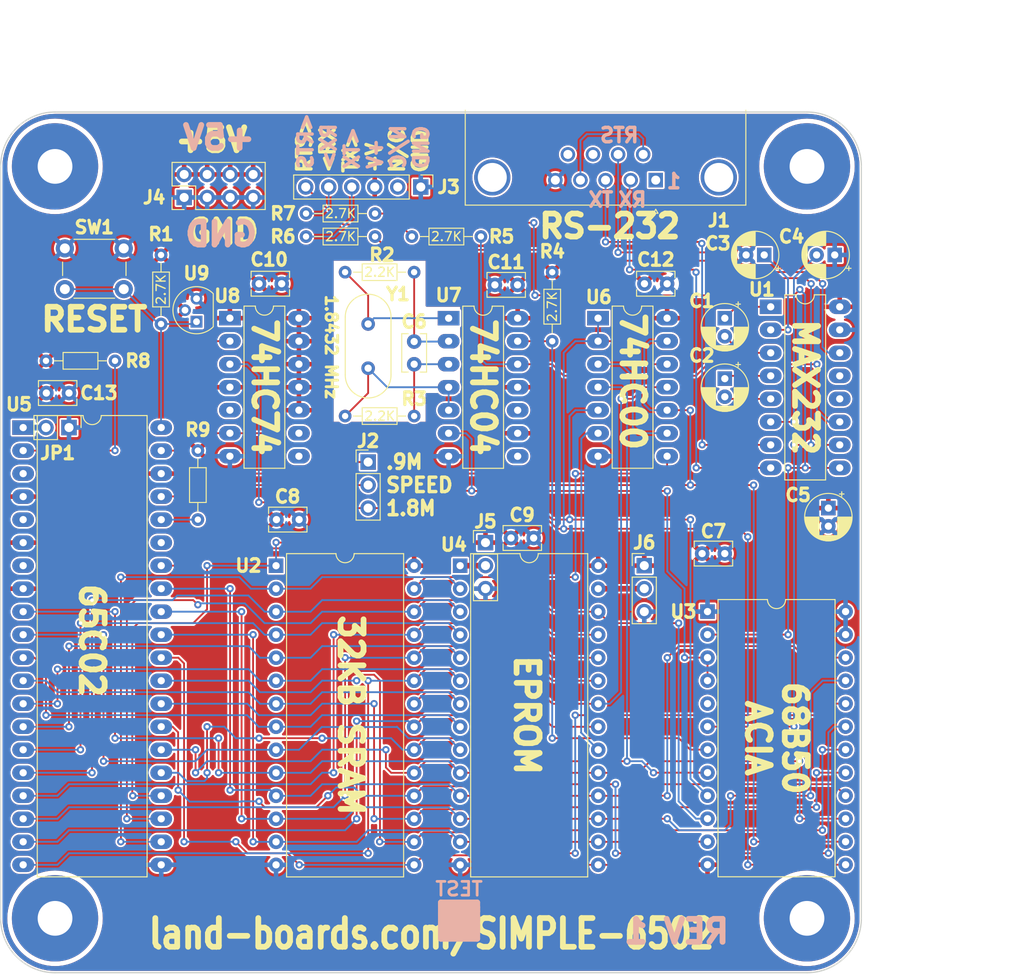
<source format=kicad_pcb>
(kicad_pcb (version 20211014) (generator pcbnew)
  (title_block (title "SIMPLE-6502") (date "2022-09-11") (rev "1") (company "land-boards.com"))
  (layers (0 "F.Cu" signal) (31 "B.Cu" signal) (34 "B.Paste" user) (35 "F.Paste" user) (36 "B.SilkS" user "B.Silkscreen") (37 "F.SilkS" user "F.Silkscreen") (38 "B.Mask" user) (39 "F.Mask" user) (44 "Edge.Cuts" user))
  (net 0 "")
  (net 1 "GND")
  (net 2 "/CPUA11")
  (net 3 "/CPUA12")
  (net 4 "/CPUA13")
  (net 5 "/CPUA14")
  (net 6 "/CPUA15")
  (net 7 "/CPUD4")
  (net 8 "/CPUD3")
  (net 9 "/CPUD5")
  (net 10 "/CPUD6")
  (net 11 "/CPUA0")
  (net 12 "/CPUA1")
  (net 13 "/CPUD2")
  (net 14 "/CPUA2")
  (net 15 "/CPUD7")
  (net 16 "/CPUA3")
  (net 17 "/CPUD0")
  (net 18 "/CPUA4")
  (net 19 "/CPUD1")
  (net 20 "/CPUA5")
  (net 21 "/CPUA6")
  (net 22 "/CPUA7")
  (net 23 "/CPUA8")
  (net 24 "/CPUA9")
  (net 25 "/CPUA10")
  (net 26 "/CPUCLK")
  (net 27 "VCC")
  (net 28 "/~{CPURESB}")
  (net 29 "Net-(C1-Pad1)")
  (net 30 "Net-(C1-Pad2)")
  (net 31 "Net-(C2-Pad1)")
  (net 32 "Net-(C2-Pad2)")
  (net 33 "Net-(C3-Pad1)")
  (net 34 "Net-(C6-Pad1)")
  (net 35 "Net-(C6-Pad2)")
  (net 36 "/BAUD_CLK")
  (net 37 "Net-(R2-Pad1)")
  (net 38 "Net-(R3-Pad2)")
  (net 39 "/BUFF_FULL*")
  (net 40 "/UART_RX")
  (net 41 "/UART_TX")
  (net 42 "/RTS*")
  (net 45 "/READ*")
  (net 46 "/WRITE*")
  (net 48 "/R1W0")
  (net 49 "/PH2_OUT")
  (net 50 "/TOP16K*")
  (net 61 "Net-(J1-Pad4)")
  (net 64 "Net-(U6-Pad3)")
  (net 65 "Net-(C4-Pad2)")
  (net 66 "/CLK_0.9216")
  (net 67 "Net-(JP1-Pad2)")
  (net 69 "/F-RX")
  (net 70 "/F-TX")
  (net 71 "/RS_RX")
  (net 72 "/RS_TX")
  (net 73 "/RS_RTS*")
  (net 74 "/EE_PIN1")
  (net 75 "Net-(R8-Pad2)")
  (net 76 "Net-(R9-Pad2)")
  (net 77 "/EE_PIN27")
  (net 78 "/F-RTS*")
  (footprint "Connector_Dsub:DSUB-9_Male_Horizontal_P2.77x2.84mm_EdgePinOffset4.94mm_Housed_MountingHolesOffset7.48mm" (layer "F.Cu") (at 161.2825 58.216041 180)
    (fp_text reference "J1")
    (fp_text value "DB9_Male")
  )
  (footprint "Package_DIP:DIP-16_W7.62mm_LongPads" (layer "F.Cu") (at 173.9725 72.201041)
    (fp_text reference "U1")
    (fp_text value "MAX232")
  )
  (footprint "Capacitor_THT:C_Rect_L4.0mm_W2.5mm_P2.50mm" (layer "F.Cu") (at 121.9175 95.686041 180)
    (fp_text reference "C8")
    (fp_text value "0.1uF")
  )
  (footprint "Resistor_THT:R_Axial_DIN0204_L3.6mm_D1.6mm_P7.62mm_Horizontal" (layer "F.Cu") (at 134.6175 84.256041 180)
    (fp_text reference "R3")
    (fp_text value "2.2K")
  )
  (footprint "Resistor_THT:R_Axial_DIN0204_L3.6mm_D1.6mm_P7.62mm_Horizontal" (layer "F.Cu") (at 106.6775 66.476041 -90)
    (fp_text reference "R1")
    (fp_text value "2.7K")
  )
  (footprint "Capacitor_THT:C_Rect_L4.0mm_W2.5mm_P2.50mm" (layer "F.Cu") (at 96.5175 81.716041 180)
    (fp_text reference "C13")
    (fp_text value "0.1uF")
  )
  (footprint "LandBoards_MountHoles:MTG-6-32" (layer "F.Cu") (at 94.976859 56.7)
    (fp_text reference "MTG1" hide)
    (fp_text value "MTG_HOLE" hide)
  )
  (footprint "Resistor_THT:R_Axial_DIN0204_L3.6mm_D1.6mm_P7.62mm_Horizontal" (layer "F.Cu") (at 110.7415 88.066041 -90)
    (fp_text reference "R9")
    (fp_text value "2.7K")
  )
  (footprint "Resistor_THT:R_Axial_DIN0204_L3.6mm_D1.6mm_P7.62mm_Horizontal" (layer "F.Cu") (at 149.8575 68.376041 -90)
    (fp_text reference "R4")
    (fp_text value "2.7K")
  )
  (footprint "Capacitor_THT:C_Rect_L4.0mm_W2.5mm_P2.50mm" (layer "F.Cu") (at 119.9925 69.651041 180)
    (fp_text reference "C10")
    (fp_text value "0.1uF")
  )
  (footprint "Package_TO_SOT_THT:TO-92" (layer "F.Cu") (at 110.5935 73.842041 90)
    (fp_text reference "U9")
    (fp_text value "DS1813-5")
  )
  (footprint "Resistor_THT:R_Axial_DIN0204_L3.6mm_D1.6mm_P7.62mm_Horizontal" (layer "F.Cu") (at 141.9835 64.444041 180)
    (fp_text reference "R5")
    (fp_text value "2.7K")
  )
  (footprint "Package_DIP:DIP-40_W15.24mm_LongPads" (layer "F.Cu") (at 91.4575 85.531041)
    (fp_text reference "U5")
    (fp_text value "65C02")
  )
  (footprint "Connector_PinHeader_2.54mm:PinHeader_2x04_P2.54mm_Vertical" (layer "F.Cu") (at 109.2275 60.131041 90)
    (fp_text reference "J4")
    (fp_text value "HEADER, STRT, 2X4")
  )
  (footprint "Capacitor_THT:C_Rect_L4.0mm_W2.5mm_P2.50mm" (layer "F.Cu") (at 147.8055 97.718041 180)
    (fp_text reference "C9")
    (fp_text value "0.1uF")
  )
  (footprint "Package_DIP:DIP-28_W15.24mm" (layer "F.Cu") (at 119.3725 100.776041)
    (fp_text reference "U2")
    (fp_text value "AS6C62256-55PCN")
  )
  (footprint "Capacitor_THT:CP_Radial_D5.0mm_P2.00mm" (layer "F.Cu") (at 168.9075 73.456041 -90)
    (fp_text reference "C1")
    (fp_text value "1uF")
  )
  (footprint "Capacitor_THT:C_Rect_L4.0mm_W2.5mm_P2.50mm" (layer "F.Cu") (at 134.6175 78.536041 90)
    (fp_text reference "C6")
    (fp_text value "270pF")
  )
  (footprint "Package_DIP:DIP-24_W15.24mm" (layer "F.Cu") (at 166.9975 105.841041)
    (fp_text reference "U3")
    (fp_text value "MC68B50")
  )
  (footprint "Capacitor_THT:CP_Radial_D5.0mm_P2.00mm" (layer "F.Cu") (at 168.9075 80.125929 -90)
    (fp_text reference "C2")
    (fp_text value "1uF")
  )
  (footprint "Capacitor_THT:C_Rect_L4.0mm_W2.5mm_P2.50mm" (layer "F.Cu") (at 162.5375 69.651041 180)
    (fp_text reference "C12")
    (fp_text value "0.1uF")
  )
  (footprint "LandBoards_MountHoles:MTG-6-32" (layer "F.Cu") (at 94.976859 139.7)
    (fp_text reference "MTG3" hide)
    (fp_text value "MTG_HOLE" hide)
  )
  (footprint "Connector_PinHeader_2.54mm:PinHeader_1x06_P2.54mm_Vertical" (layer "F.Cu") (at 135.3475 58.976041 -90)
    (fp_text reference "J3")
    (fp_text value "HEADER, STRT, 1X6")
  )
  (footprint "Connector_PinHeader_2.54mm:PinHeader_1x02_P2.54mm_Vertical" (layer "F.Cu") (at 96.5175 85.526041 -90)
    (fp_text reference "JP1")
    (fp_text value "JMP_NOT_W65C02")
  )
  (footprint "Package_DIP:DIP-28_W15.24mm" (layer "F.Cu") (at 139.6925 100.776041)
    (fp_text reference "U4")
    (fp_text value "27C512")
  )
  (footprint "Button_Switch_THT:SW_PUSH_6mm_H8.5mm" (layer "F.Cu") (at 96.0615 65.750041)
    (fp_text reference "SW1")
    (fp_text value "PUSHBUTTON, 6MM")
  )
  (footprint "Package_DIP:DIP-14_W7.62mm_LongPads" (layer "F.Cu") (at 154.9175 73.451041)
    (fp_text reference "U6")
    (fp_text value "74HC00")
  )
  (footprint "LandBoards_MountHoles:MTG-6-32" (layer "F.Cu") (at 177.976859 56.7)
    (fp_text reference "MTG4" hide)
    (fp_text value "MTG_HOLE" hide)
  )
  (footprint "Connector_PinHeader_2.54mm:PinHeader_1x03_P2.54mm_Vertical" (layer "F.Cu") (at 129.5375 89.336041)
    (fp_text reference "J2")
    (fp_text value "HEADER, STRT, 1X3")
  )
  (footprint "Capacitor_THT:C_Rect_L4.0mm_W2.5mm_P2.50mm" (layer "F.Cu") (at 143.5275 69.778041)
    (fp_text reference "C11")
    (fp_text value "0.1uF")
  )
  (footprint "Resistor_THT:R_Axial_DIN0204_L3.6mm_D1.6mm_P7.62mm_Horizontal" (layer "F.Cu") (at 130.2995 61.904041 180)
    (fp_text reference "R7")
    (fp_text value "2.7K")
  )
  (footprint "LandBoards_MountHoles:MTG-6-32" (layer "F.Cu") (at 177.976859 139.7)
    (fp_text reference "MTG2" hide)
    (fp_text value "MTG_HOLE" hide)
  )
  (footprint "Capacitor_THT:CP_Radial_D5.0mm_P2.00mm" (layer "F.Cu") (at 180.3375 94.416041 -90)
    (fp_text reference "C5")
    (fp_text value "47uF")
  )
  (footprint "Capacitor_THT:CP_Radial_D5.0mm_P2.00mm" (layer "F.Cu") (at 181.038613 66.476041 180)
    (fp_text reference "C4")
    (fp_text value "1uF")
  )
  (footprint "Resistor_THT:R_Axial_DIN0204_L3.6mm_D1.6mm_P7.62mm_Horizontal" (layer "F.Cu") (at 126.9925 68.376041)
    (fp_text reference "R2")
    (fp_text value "2.2K")
  )
  (footprint "Package_DIP:DIP-14_W7.62mm_LongPads" (layer "F.Cu") (at 138.4225 73.456041)
    (fp_text reference "U7")
    (fp_text value "74HC04")
  )
  (footprint "Connector_PinHeader_2.54mm:PinHeader_1x03_P2.54mm_Vertical" (layer "F.Cu") (at 142.4915 98.226041)
    (fp_text reference "J5")
    (fp_text value "JUMPER (1X3)")
  )
  (footprint "Resistor_THT:R_Axial_DIN0204_L3.6mm_D1.6mm_P7.62mm_Horizontal" (layer "F.Cu") (at 130.2995 64.444041 180)
    (fp_text reference "R6")
    (fp_text value "2.7K")
  )
  (footprint "Crystal:Crystal_HC49-4H_Vertical" (layer "F.Cu") (at 129.5375 74.096041 -90)
    (fp_text reference "Y1")
    (fp_text value "1.8432 MHz")
  )
  (footprint "Capacitor_THT:C_Rect_L4.0mm_W2.5mm_P2.50mm" (layer "F.Cu") (at 168.9025 99.436041 180)
    (fp_text reference "C7")
    (fp_text value "0.1uF")
  )
  (footprint "LandBoards_Marking:TEST_BLK-REAR" (layer "F.Cu") (at 139.573 139.954)
    (fp_text reference "TEST")
    (fp_text value "COUPON" hide)
  )
  (footprint "Connector_PinHeader_2.54mm:PinHeader_1x03_P2.54mm_Vertical" (layer "F.Cu") (at 160.0175 100.766041)
    (fp_text reference "J6")
    (fp_text value "JUMPER (1X3)")
  )
  (footprint "Resistor_THT:R_Axial_DIN0204_L3.6mm_D1.6mm_P7.62mm_Horizontal" (layer "F.Cu") (at 93.9775 78.160041)
    (fp_text reference "R8")
    (fp_text value "2.7K")
  )
  (footprint "Package_DIP:DIP-14_W7.62mm_LongPads" (layer "F.Cu") (at 114.2775 73.451041)
    (fp_text reference "U8")
    (fp_text value "74HC74")
  )
  (footprint "Capacitor_THT:CP_Radial_D5.0mm_P2.00mm" (layer "F.Cu") (at 173.2575 66.476041 180)
    (fp_text reference "C3")
    (fp_text value "1uF")
  )
  (gr_arc (start 183.976859 139.7) (mid 182.2195 143.942641) (end 177.976859 145.7) (layer "Edge.Cuts") (width 0.15))
  (gr_line (start 177.976859 145.7) (end 94.976859 145.7) (layer "Edge.Cuts") (width 0.15))
  (gr_arc (start 88.976859 56.7) (mid 90.734218 52.457359) (end 94.976859 50.7) (layer "Edge.Cuts") (width 0.15))
  (gr_line (start 88.976859 139.7) (end 88.976859 56.7) (layer "Edge.Cuts") (width 0.15))
  (gr_arc (start 177.976859 50.7) (mid 182.2195 52.457359) (end 183.976859 56.7) (layer "Edge.Cuts") (width 0.15))
  (gr_line (start 183.976859 56.7) (end 183.976859 139.7) (layer "Edge.Cuts") (width 0.15))
  (gr_arc (start 94.976859 145.7) (mid 90.734218 143.942641) (end 88.976859 139.7) (layer "Edge.Cuts") (width 0.15))
  (gr_line (start 94.976859 50.7) (end 177.976859 50.7) (layer "Edge.Cuts") (width 0.15))
  (gr_text "RTS" (at 154.9375 53.268041) (layer "B.SilkS") (effects (font (size 1.5875 1.524) (thickness 0.381)) (justify right mirror)))
  (gr_text "+5V" (at 117.3455 53.522041) (layer "B.SilkS") (effects (font (size 2.54 2.54) (thickness 0.635)) (justify left mirror)))
  (gr_text "TX" (at 153.6675 60.380041) (layer "B.SilkS") (effects (font (size 1.5875 1.524) (thickness 0.381)) (justify right mirror)))
  (gr_text "<RTS\nRX>\n<TX\n+V\nN/C\nGND" (at 129.032 57.15 90) (layer "B.SilkS") (effects (font (size 1.5875 1.524) (thickness 0.381)) (justify right mirror)))
  (gr_text "REV 1" (at 157.4775 141.152041) (layer "B.SilkS") (effects (font (size 2.54 2.54) (thickness 0.635)) (justify right mirror)))
  (gr_text "RX" (at 156.9695 60.380041) (layer "B.SilkS") (effects (font (size 1.5875 1.524) (thickness 0.381)) (justify right mirror)))
  (gr_text "GND" (at 117.5995 64.190041) (layer "B.SilkS") (effects (font (size 2.54 2.54) (thickness 0.635)) (justify left mirror)))
  (gr_text "1" (at 162.3035 58.348041) (layer "B.SilkS") (effects (font (size 1.5875 1.524) (thickness 0.381)) (justify right mirror)))
  (gr_text "74HC04" (at 142.2375 81.081041 270) (layer "F.SilkS") (effects (font (size 2.54 2.54) (thickness 0.635))))
  (gr_text "land-boards.com/SIMPLE-6502" (at 136.5225 141.406041) (layer "F.SilkS") (effects (font (size 3.175 2.54) (thickness 0.635))))
  (gr_text "74HC74" (at 118.1075 81.081041 270) (layer "F.SilkS") (effects (font (size 2.54 2.54) (thickness 0.635))))
  (gr_text "32KB SRAM" (at 127.6325 117.276041 270) (layer "F.SilkS") (effects (font (size 2.54 2.54) (thickness 0.635))))
  (gr_text ".9M\nSPEED\n1.8M\n" (at 131.3155 91.876041) (layer "F.SilkS") (effects (font (size 1.5875 1.524) (thickness 0.381)) (justify left)))
  (gr_text "1.8432 MHz" (at 125.4735 76.636041 270) (layer "F.SilkS") (effects (font (size 1.27 1.27) (thickness 0.3175))))
  (gr_text "RS-232" (at 156.2075 63.301041) (layer "F.SilkS") (effects (font (size 2.54 2.54) (thickness 0.635))))
  (gr_text "GND" (at 109.2175 63.936041) (layer "F.SilkS") (effects (font (size 2.54 2.54) (thickness 0.635)) (justify left)))
  (gr_text "EPROM" (at 147.0635 117.276041 270) (layer "F.SilkS") (effects (font (size 2.54 2.54) (thickness 0.635))))
  (gr_text "MAX232" (at 177.7975 81.081041 270) (layer "F.SilkS") (effects (font (size 2.54 2.54) (thickness 0.635))))
  (gr_text "+5V" (at 107.9475 53.776041) (layer "F.SilkS") (effects (font (size 2.54 2.54) (thickness 0.635)) (justify left)))
  (gr_text "68B50\nACIA" (at 174.6225 119.816041 270) (layer "F.SilkS") (effects (font (size 2.54 2.54) (thickness 0.635))))
  (gr_text "65C02" (at 99.0575 109.021041 270) (layer "F.SilkS") (effects (font (size 2.54 2.54) (thickness 0.635))))
  (gr_text "RTS>\n<RX\nTX>\n+V\nN/C\nGND" (at 128.9025 57.586041 90) (layer "F.SilkS") (effects (font (size 1.5875 1.524) (thickness 0.381)) (justify left)))
  (gr_text "74HC00" (at 158.7475 80.446041 270) (layer "F.SilkS") (effects (font (size 2.54 2.54) (thickness 0.635))))
  (gr_text "RESET" (at 99.3115 73.588041) (layer "F.SilkS") (effects (font (size 2.54 2.54) (thickness 0.635))))
  (segment (start 134.6125 113.476041) (end 135.8925 112.196041) (width 0.2032) (layer "F.Cu") (net 2))
  (segment (start 154.9325 113.476041) (end 149.8675 113.476041) (width 0.2032) (layer "F.Cu") (net 2))
  (segment (start 129.5375 132.516041) (end 129.5375 113.466041) (width 0.2032) (layer "F.Cu") (net 2))
  (segment (start 135.8925 112.196041) (end 148.5875 112.196041) (width 0.2032) (layer "F.Cu") (net 2))
  (segment (start 149.8675 113.476041) (end 148.5875 112.196041) (width 0.2032) (layer "F.Cu") (net 2))
  (via (at 129.5375 132.516041) (size 0.8) (drill 0.4) (layers "F.Cu" "B.Cu") (net 2))
  (via (at 129.5375 113.466041) (size 0.8) (drill 0.4) (layers "F.Cu" "B.Cu") (net 2))
  (segment (start 95.2425 133.791041) (end 96.5175 132.516041) (width 0.2032) (layer "B.Cu") (net 2))
  (segment (start 96.5175 132.516041) (end 129.5375 132.516041) (width 0.2032) (layer "B.Cu") (net 2))
  (segment (start 129.5375 113.466041) (end 129.5475 113.476041) (width 0.2032) (layer "B.Cu") (net 2))
  (segment (start 91.4575 133.791041) (end 95.2425 133.791041) (width 0.2032) (layer "B.Cu") (net 2))
  (segment (start 129.5475 113.476041) (end 134.6125 113.476041) (width 0.2032) (layer "B.Cu") (net 2))
  (segment (start 102.2325 131.246041) (end 102.251011 131.22753) (width 0.2032) (layer "F.Cu") (net 3))
  (segment (start 102.251011 102.054552) (end 102.2325 102.036041) (width 0.2032) (layer "F.Cu") (net 3))
  (segment (start 102.251011 131.22753) (end 102.251011 102.054552) (width 0.2032) (layer "F.Cu") (net 3))
  (via (at 102.2325 131.246041) (size 0.8) (drill 0.4) (layers "F.Cu" "B.Cu") (net 3))
  (via (at 102.2325 102.036041) (size 0.8) (drill 0.4) (layers "F.Cu" "B.Cu") (net 3))
  (segment (start 102.2375 131.251041) (end 102.2325 131.246041) (width 0.2032) (layer "B.Cu") (net 3))
  (segment (start 123.1775 103.316041) (end 124.4575 102.036041) (width 0.2032) (layer "B.Cu") (net 3))
  (segment (start 116.5935 103.316041) (end 115.3135 102.036041) (width 0.2032) (layer "B.Cu") (net 3))
  (segment (start 119.3725 103.316041) (end 116.5935 103.316041) (width 0.2032) (layer "B.Cu") (net 3))
  (segment (start 106.6975 131.251041) (end 102.2375 131.251041) (width 0.2032) (layer "B.Cu") (net 3))
  (segment (start 102.2325 102.036041) (end 115.3135 102.036041) (width 0.2032) (layer "B.Cu") (net 3))
  (segment (start 124.4575 102.036041) (end 138.4125 102.036041) (width 0.2032) (layer "B.Cu") (net 3))
  (segment (start 119.3725 103.316041) (end 123.1775 103.316041) (width 0.2032) (layer "B.Cu") (net 3))
  (segment (start 138.4125 102.036041) (end 139.6925 103.316041) (width 0.2032) (layer "B.Cu") (net 3))
  (segment (start 135.8925 104.576041) (end 148.5875 104.576041) (width 0.2032) (layer "F.Cu") (net 4))
  (segment (start 103.8835 104.576041) (end 110.2335 104.576041) (width 0.2032) (layer "F.Cu") (net 4))
  (segment (start 149.8675 105.856041) (end 154.9325 105.856041) (width 0.2032) (layer "F.Cu") (net 4))
  (segment (start 110.2335 104.576041) (end 110.7415 105.084041) (width 0.2032) (layer "F.Cu") (net 4))
  (segment (start 102.904511 128.706041) (end 102.904511 105.55503) (width 0.2032) (layer "F.Cu") (net 4))
  (segment (start 156.1925 107.116041) (end 163.809 107.116041) (width 0.2032) (layer "F.Cu") (net 4))
  (segment (start 154.9325 105.856041) (end 156.1925 107.116041) (width 0.2032) (layer "F.Cu") (net 4))
  (segment (start 102.904511 105.55503) (end 103.8835 104.576041) (width 0.2032) (layer "F.Cu") (net 4))
  (segment (start 134.6125 105.856041) (end 135.8925 104.576041) (width 0.2032) (layer "F.Cu") (net 4))
  (segment (start 148.5875 104.576041) (end 149.8675 105.856041) (width 0.2032) (layer "F.Cu") (net 4))
  (via (at 163.809 107.116041) (size 0.8) (drill 0.4) (layers "F.Cu" "B.Cu") (net 4))
  (via (at 102.904511 128.706041) (size 0.8) (drill 0.4) (layers "F.Cu" "B.Cu") (net 4))
  (via (at 110.7415 105.084041) (size 0.8) (drill 0.4) (layers "F.Cu" "B.Cu") (net 4))
  (segment (start 134.6125 105.856041) (end 124.4475 105.856041) (width 0.2032) (layer "B.Cu") (net 4))
  (segment (start 124.4475 105.856041) (end 123.1875 107.116041) (width 0.2032) (layer "B.Cu") (net 4))
  (segment (start 123.1875 107.116041) (end 118.1075 107.116041) (width 0.2032) (layer "B.Cu") (net 4))
  (segment (start 166.9975 128.701041) (end 165.7275 128.701041) (width 0.2032) (layer "B.Cu") (net 4))
  (segment (start 115.92262 104.931161) (end 110.76738 104.931161) (width 0.2032) (layer "B.Cu") (net 4))
  (segment (start 102.909511 128.711041) (end 102.904511 128.706041) (width 0.2032) (layer "B.Cu") (net 4))
  (segment (start 118.1075 107.116041) (end 115.92262 104.931161) (width 0.2032) (layer "B.Cu") (net 4))
  (segment (start 106.6975 128.711041) (end 102.909511 128.711041) (width 0.2032) (layer "B.Cu") (net 4))
  (segment (start 163.808989 107.09753) (end 163.808989 126.78253) (width 0.2032) (layer "B.Cu") (net 4))
  (segment (start 165.7275 128.701041) (end 163.808989 126.78253) (width 0.2032) (layer "B.Cu") (net 4))
  (segment (start 147.298989 93.164552) (end 135.614989 93.164552) (width 0.2032) (layer "F.Cu") (net 5))
  (segment (start 111.7575 105.592041) (end 111.7575 100.766041) (width 0.2032) (layer "F.Cu") (net 5))
  (segment (start 135.614989 93.164552) (end 130.5535 98.226041) (width 0.2032) (layer "F.Cu") (net 5))
  (segment (start 149.8575 95.686041) (end 147.3175 93.146041) (width 0.2032) (layer "F.Cu") (net 5))
  (segment (start 165.116 95.686041) (end 151.781 95.686041) (width 0.2032) (layer "F.Cu") (net 5))
  (segment (start 119.396 98.226041) (end 119.3775 98.207541) (width 0.2032) (layer "F.Cu") (net 5))
  (segment (start 110.2335 107.116041) (end 111.7575 105.592041) (width 0.2032) (layer "F.Cu") (net 5))
  (segment (start 147.3175 93.146041) (end 147.298989 93.164552) (width 0.2032) (layer "F.Cu") (net 5))
  (segment (start 130.5535 98.226041) (end 119.396 98.226041) (width 0.2032) (layer "F.Cu") (net 5))
  (segment (start 103.5025 107.751041) (end 104.1375 107.116041) (width 0.2032) (layer "F.Cu") (net 5))
  (segment (start 104.1375 107.116041) (end 110.2335 107.116041) (width 0.2032) (layer "F.Cu") (net 5))
  (segment (start 151.781 95.686041) (end 149.8575 95.686041) (width 0.2032) (layer "F.Cu") (net 5))
  (segment (start 103.558011 126.166041) (end 103.5025 126.11053) (width 0.2032) (layer "F.Cu") (net 5))
  (segment (start 103.5025 126.11053) (end 103.5025 107.751041) (width 0.2032) (layer "F.Cu") (net 5))
  (via (at 151.781 95.686041) (size 0.8) (drill 0.4) (layers "F.Cu" "B.Cu") (net 5))
  (via (at 103.558011 126.166041) (size 0.8) (drill 0.4) (layers "F.Cu" "B.Cu") (net 5))
  (via (at 119.3775 98.207541) (size 0.8) (drill 0.4) (layers "F.Cu" "B.Cu") (net 5))
  (via (at 165.116 95.686041) (size 0.8) (drill 0.4) (layers "F.Cu" "B.Cu") (net 5))
  (via (at 111.7575 100.766041) (size 0.8) (drill 0.4) (layers "F.Cu" "B.Cu") (net 5))
  (segment (start 119.3725 100.776041) (end 119.3725 98.231041) (width 0.2032) (layer "B.Cu") (net 5))
  (segment (start 111.7675 100.776041) (end 119.3725 100.776041) (width 0.2032) (layer "B.Cu") (net 5))
  (segment (start 151.781 95.686041) (end 151.7625 95.667541) (width 0.2032) (layer "B.Cu") (net 5))
  (segment (start 119.3775 98.226041) (end 119.3775 98.207541) (width 0.2032) (layer "B.Cu") (net 5))
  (segment (start 165.116 95.686041) (end 165.116 95.704541) (width 0.2032) (layer "B.Cu") (net 5))
  (segment (start 165.116011 124.279552) (end 166.9975 126.161041) (width 0.2032) (layer "B.Cu") (net 5))
  (segment (start 119.3725 98.231041) (end 119.3775 98.226041) (width 0.2032) (layer "B.Cu") (net 5))
  (segment (start 111.7575 100.766041) (end 111.7675 100.776041) (width 0.2032) (layer "B.Cu") (net 5))
  (segment (start 103.558011 126.166041) (end 103.563011 126.171041) (width 0.2032) (layer "B.Cu") (net 5))
  (segment (start 103.563011 126.171041) (end 106.6975 126.171041) (width 0.2032) (layer "B.Cu") (net 5))
  (segment (start 151.7625 95.667541) (end 151.7625 84.256041) (width 0.2032) (layer "B.Cu") (net 5))
  (segment (start 151.7625 84.256041) (end 152.4075 83.611041) (width 0.2032) (layer "B.Cu") (net 5))
  (segment (start 165.116 95.704541) (end 165.116011 95.704552) (width 0.2032) (layer "B.Cu") (net 5))
  (segment (start 165.116011 95.704552) (end 165.116011 124.279552) (width 0.2032) (layer "B.Cu") (net 5))
  (segment (start 152.4075 83.611041) (end 154.9175 83.611041) (width 0.2032) (layer "B.Cu") (net 5))
  (segment (start 111.7575 118.546041) (end 111.7575 123.626041) (width 0.2032) (layer "F.Cu") (net 6))
  (segment (start 117.4725 119.816041) (end 124.4575 119.816041) (width 0.2032) (layer "F.Cu") (net 6))
  (segment (start 147.3175 119.816041) (end 135.8925 119.816041) (width 0.2032) (layer "F.Cu") (net 6))
  (segment (start 135.8925 119.816041) (end 134.6125 121.096041) (width 0.2032) (layer "F.Cu") (net 6))
  (segment (start 158.1125 122.356041) (end 149.8575 122.356041) (width 0.2032) (layer "F.Cu") (net 6))
  (segment (start 149.8575 122.356041) (end 147.3175 119.816041) (width 0.2032) (layer "F.Cu") (net 6))
  (segment (start 161.0385 123.621041) (end 161.0335 123.626041) (width 0.2032) (layer "F.Cu") (net 6))
  (segment (start 166.9975 123.621041) (end 161.0385 123.621041) (width 0.2032) (layer "F.Cu") (net 6))
  (via (at 161.0335 123.626041) (size 0.8) (drill 0.4) (layers "F.Cu" "B.Cu") (net 6))
  (via (at 158.1125 122.356041) (size 0.8) (drill 0.4) (layers "F.Cu" "B.Cu") (net 6))
  (via (at 111.7575 118.546041) (size 0.8) (drill 0.4) (layers "F.Cu" "B.Cu") (net 6))
  (via (at 111.7575 123.626041) (size 0.8) (drill 0.4) (layers "F.Cu" "B.Cu") (net 6))
  (via (at 117.491 119.816041) (size 0.8) (drill 0.4) (layers "F.Cu" "B.Cu") (net 6))
  (via (at 124.4575 119.816041) (size 0.8) (drill 0.4) (layers "F.Cu" "B.Cu") (net 6))
  (segment (start 133.3575 121.096041) (end 132.0775 119.816041) (width 0.2032) (layer "B.Cu") (net 6))
  (segment (start 109.49738 124.540921) (end 111.47762 124.540921) (width 0.2032) (layer "B.Cu") (net 6))
  (segment (start 158.1125 81.716041) (end 158.1125 122.356041) (width 0.2032) (layer "B.Cu") (net 6))
  (segment (start 113.6625 118.546041) (end 111.7575 118.546041) (width 0.2032) (layer "B.Cu") (net 6))
  (segment (start 111.7575 124.261041) (end 111.7575 123.626041) (width 0.2032) (layer "B.Cu") (net 6))
  (segment (start 114.9325 119.816041) (end 113.6625 118.546041) (width 0.2032) (layer "B.Cu") (net 6))
  (segment (start 158.1125 81.716041) (end 157.4675 81.071041) (width 0.2032) (layer "B.Cu") (net 6))
  (segment (start 111.47762 124.540921) (end 111.7575 124.261041) (width 0.2032) (layer "B.Cu") (net 6))
  (segment (start 117.491 119.816041) (end 114.9325 119.816041) (width 0.2032) (layer "B.Cu") (net 6))
  (segment (start 157.4675 81.071041) (end 154.9175 81.071041) (width 0.2032) (layer "B.Cu") (net 6))
  (segment (start 159.7635 122.356041) (end 158.1125 122.356041) (width 0.2032) (layer "B.Cu") (net 6))
  (segment (start 108.5875 123.631041) (end 109.49738 124.540921) (width 0.2032) (layer "B.Cu") (net 6))
  (segment (start 161.0335 123.626041) (end 159.7635 122.356041) (width 0.2032) (layer "B.Cu") (net 6))
  (segment (start 134.6125 121.096041) (end 133.3575 121.096041) (width 0.2032) (layer "B.Cu") (net 6))
  (segment (start 132.0775 119.816041) (end 124.4575 119.816041) (width 0.2032) (layer "B.Cu") (net 6))
  (segment (start 106.6975 123.631041) (end 108.5875 123.631041) (width 0.2032) (layer "B.Cu") (net 6))
  (segment (start 149.8675 131.256041) (end 148.813989 130.20253) (width 0.2032) (layer "F.Cu") (net 7))
  (segment (start 130.8075 131.246041) (end 130.844511 131.20903) (width 0.2032) (layer "F.Cu") (net 7))
  (segment (start 148.813989 130.20253) (end 135.666011 130.20253) (width 0.2032) (layer "F.Cu") (net 7))
  (segment (start 157.4675 131.256041) (end 154.9325 131.256041) (width 0.2032) (layer "F.Cu") (net 7))
  (segment (start 179.684 121.086041) (end 179.689 121.081041) (width 0.2032) (layer "F.Cu") (net 7))
  (segment (start 128.921011 112.81253) (end 128.2675 113.466041) (width 0.2032) (layer "F.Cu") (net 7))
  (segment (start 130.191011 112.81253) (end 128.921011 112.81253) (width 0.2032) (layer "F.Cu") (net 7))
  (segment (start 154.9325 131.256041) (end 149.8675 131.256041) (width 0.2032) (layer "F.Cu") (net 7))
  (segment (start 158.7475 129.976041) (end 157.4675 131.256041) (width 0.2032) (layer "F.Cu") (net 7))
  (segment (start 130.844511 113.46603) (end 130.191011 112.81253) (width 0.2032) (layer "F.Cu") (net 7))
  (segment (start 135.666011 130.20253) (end 134.6125 131.256041) (width 0.2032) (layer "F.Cu") (net 7))
  (segment (start 130.844511 131.20903) (end 130.844511 113.46603) (width 0.2032) (layer "F.Cu") (net 7))
  (segment (start 179.689 121.081041) (end 182.2375 121.081041) (width 0.2032) (layer "F.Cu") (net 7))
  (segment (start 179.684 129.976041) (end 158.7475 129.976041) (width 0.2032) (layer "F.Cu") (net 7))
  (via (at 179.684 121.086041) (size 0.8) (drill 0.4) (layers "F.Cu" "B.Cu") (net 7))
  (via (at 179.684 129.976041) (size 0.8) (drill 0.4) (layers "F.Cu" "B.Cu") (net 7))
  (via (at 128.2675 113.466041) (size 0.8) (drill 0.4) (layers "F.Cu" "B.Cu") (net 7))
  (via (at 130.8075 131.246041) (size 0.8) (drill 0.4) (layers "F.Cu" "B.Cu") (net 7))
  (segment (start 117.5995 114.736041) (end 116.3345 113.471041) (width 0.2032) (layer "B.Cu") (net 7))
  (segment (start 128.2675 113.466041) (end 124.4575 113.466041) (width 0.2032) (layer "B.Cu") (net 7))
  (segment (start 116.3345 113.471041) (end 106.6975 113.471041) (width 0.2032) (layer "B.Cu") (net 7))
  (segment (start 123.1875 114.736041) (end 117.5995 114.736041) (width 0.2032) (layer "B.Cu") (net 7))
  (segment (start 134.6125 131.256041) (end 130.8175 131.256041) (width 0.2032) (layer "B.Cu") (net 7))
  (segment (start 124.4575 113.466041) (end 123.1875 114.736041) (width 0.2032) (layer "B.Cu") (net 7))
  (segment (start 179.684 129.976041) (end 179.684 121.086041) (width 0.2032) (layer "B.Cu") (net 7))
  (segment (start 130.8175 131.256041) (end 130.8075 131.246041) (width 0.2032) (layer "B.Cu") (net 7))
  (segment (start 109.2175 111.561041) (end 108.5875 110.931041) (width 0.2032) (layer "F.Cu") (net 8))
  (segment (start 109.2175 131.246041) (end 109.2175 111.561041) (width 0.2032) (layer "F.Cu") (net 8))
  (segment (start 149.8675 133.796041) (end 148.813989 132.74253) (width 0.2032) (layer "F.Cu") (net 8))
  (segment (start 120.6475 132.516041) (end 116.2025 132.516041) (width 0.2032) (layer "F.Cu") (net 8))
  (segment (start 157.4675 133.796041) (end 158.7475 132.516041) (width 0.2032) (layer "F.Cu") (net 8))
  (segment (start 154.9325 133.796041) (end 157.4675 133.796041) (width 0.2032) (layer "F.Cu") (net 8))
  (segment (start 116.2025 132.516041) (end 114.9325 131.246041) (width 0.2032) (layer "F.Cu") (net 8))
  (segment (start 180.3375 132.516041) (end 158.7475 132.516041) (width 0.2032) (layer "F.Cu") (net 8))
  (segment (start 121.9275 133.796041) (end 120.6475 132.516041) (width 0.2032) (layer "F.Cu") (net 8))
  (segment (start 148.813989 132.74253) (end 135.666011 132.74253) (width 0.2032) (layer "F.Cu") (net 8))
  (segment (start 108.5875 110.931041) (end 106.6975 110.931041) (width 0.2032) (layer "F.Cu") (net 8))
  (segment (start 154.9325 133.796041) (end 149.8675 133.796041) (width 0.2032) (layer "F.Cu") (net 8))
  (segment (start 135.666011 132.74253) (end 134.6125 133.796041) (width 0.2032) (layer "F.Cu") (net 8))
  (via (at 109.2175 131.246041) (size 0.8) (drill 0.4) (layers "F.Cu" "B.Cu") (net 8))
  (via (at 114.9325 131.246041) (size 0.8) (drill 0.4) (layers "F.Cu" "B.Cu") (net 8))
  (via (at 121.9275 133.796041) (size 0.8) (drill 0.4) (layers "F.Cu" "B.Cu") (net 8))
  (via (at 180.3375 132.516041) (size 0.8) (drill 0.4) (layers "F.Cu" "B.Cu") (net 8))
  (segment (start 134.6125 133.796041) (end 121.9275 133.796041) (width 0.2032) (layer "B.Cu") (net 8))
  (segment (start 180.3375 132.516041) (end 180.3375 119.181041) (width 0.2032) (layer "B.Cu") (net 8))
  (segment (start 180.3375 119.181041) (end 180.9775 118.541041) (width 0.2032) (layer "B.Cu") (net 8))
  (segment (start 114.9325 131.246041) (end 109.2175 131.246041) (width 0.2032) (layer "B.Cu") (net 8))
  (segment (start 180.9775 118.541041) (end 182.2375 118.541041) (width 0.2032) (layer "B.Cu") (net 8))
  (segment (start 179.0305 123.626041) (end 179.0355 123.621041) (width 0.2032) (layer "F.Cu") (net 9))
  (segment (start 130.191 116.006041) (end 130.191 128.706041) (width 0.2032) (layer "F.Cu") (net 9))
  (segment (start 179.0305 127.436041) (end 158.7475 127.436041) (width 0.2032) (layer "F.Cu") (net 9))
  (segment (start 157.4675 128.716041) (end 154.9325 128.716041) (width 0.2032) (layer "F.Cu") (net 9))
  (segment (start 154.9325 128.716041) (end 149.8675 128.716041) (width 0.2032) (layer "F.Cu") (net 9))
  (segment (start 179.0355 123.621041) (end 182.2375 123.621041) (width 0.2032) (layer "F.Cu") (net 9))
  (segment (start 148.813989 127.66253) (end 135.666011 127.66253) (width 0.2032) (layer "F.Cu") (net 9))
  (segment (start 135.666011 127.66253) (end 134.6125 128.716041) (width 0.2032) (layer "F.Cu") (net 9))
  (segment (start 149.8675 128.716041) (end 148.813989 127.66253) (width 0.2032) (layer "F.Cu") (net 9))
  (segment (start 158.7475 127.436041) (end 157.4675 128.716041) (width 0.2032) (layer "F.Cu") (net 9))
  (via (at 179.0305 123.626041) (size 0.8) (drill 0.4) (layers "F.Cu" "B.Cu") (net 9))
  (via (at 179.0305 127.436041) (size 0.8) (drill 0.4) (layers "F.Cu" "B.Cu") (net 9))
  (via (at 130.191 128.706041) (size 0.8) (drill 0.4) (layers "F.Cu" "B.Cu") (net 9))
  (via (at 130.191 116.006041) (size 0.8) (drill 0.4) (layers "F.Cu" "B.Cu") (net 9))
  (segment (start 130.201 128.716041) (end 134.6125 128.716041) (width 0.2032) (layer "B.Cu") (net 9))
  (segment (start 116.2075 116.011041) (end 117.4725 117.276041) (width 0.2032) (layer "B.Cu") (net 9))
  (segment (start 124.4575 116.006041) (end 130.191 116.006041) (width 0.2032) (layer "B.Cu") (net 9))
  (segment (start 179.0305 127.436041) (end 179.0305 123.626041) (width 0.2032) (layer "B.Cu") (net 9))
  (segment (start 123.1875 117.276041) (end 124.4575 116.006041) (width 0.2032) (layer "B.Cu") (net 9))
  (segment (start 106.6975 116.011041) (end 116.2075 116.011041) (width 0.2032) (layer "B.Cu") (net 9))
  (segment (start 130.191 128.706041) (end 130.201 128.716041) (width 0.2032) (layer "B.Cu") (net 9))
  (segment (start 117.4725 117.276041) (end 123.1875 117.276041) (width 0.2032) (layer "B.Cu") (net 9))
  (segment (start 182.2375 126.161041) (end 180.9725 124.896041) (width 0.2032) (layer "F.Cu") (net 10))
  (segment (start 148.813989 125.12253) (end 135.666011 125.12253) (width 0.2032) (layer "F.Cu") (net 10))
  (segment (start 117.491 126.819541) (end 117.491 126.782541) (width 0.2032) (layer "F.Cu") (net 10))
  (segment (start 154.9325 126.176041) (end 149.8675 126.176041) (width 0.2032) (layer "F.Cu") (net 10))
  (segment (start 149.8675 126.176041) (end 148.813989 125.12253) (width 0.2032) (layer "F.Cu") (net 10))
  (segment (start 135.666011 125.12253) (end 134.6125 126.176041) (width 0.2032) (layer "F.Cu") (net 10))
  (segment (start 123.8225 127.436041) (end 118.1075 127.436041) (width 0.2032) (layer "F.Cu") (net 10))
  (segment (start 158.7675 124.896041) (end 157.4875 126.176041) (width 0.2032) (layer "F.Cu") (net 10))
  (segment (start 157.4875 126.176041) (end 154.9325 126.176041) (width 0.2032) (layer "F.Cu") (net 10))
  (segment (start 108.564 125.549541) (end 108.564 119.162541) (width 0.2032) (layer "F.Cu") (net 10))
  (segment (start 107.9525 118.551041) (end 106.6975 118.551041) (width 0.2032) (layer "F.Cu") (net 10))
  (segment (start 125.0925 126.166041) (end 123.8225 127.436041) (width 0.2032) (layer "F.Cu") (net 10))
  (segment (start 108.564 119.162541) (end 107.9525 118.551041) (width 0.2032) (layer "F.Cu") (net 10))
  (segment (start 118.1075 127.436041) (end 117.491 126.819541) (width 0.2032) (layer "F.Cu") (net 10))
  (segment (start 180.9725 124.896041) (end 158.7675 124.896041) (width 0.2032) (layer "F.Cu") (net 10))
  (via (at 125.0925 126.166041) (size 0.8) (drill 0.4) (layers "F.Cu" "B.Cu") (net 10))
  (via (at 117.491 126.782541) (size 0.8) (drill 0.4) (layers "F.Cu" "B.Cu") (net 10))
  (via (at 108.564 125.549541) (size 0.8) (drill 0.4) (layers "F.Cu" "B.Cu") (net 10))
  (segment (start 126.00738 125.251161) (end 125.0925 126.166041) (width 0.2032) (layer "B.Cu") (net 10))
  (segment (start 115.511989 126.819552) (end 109.834011 126.819552) (width 0.2032) (layer "B.Cu") (net 10))
  (segment (start 109.834011 126.819552) (end 108.564 125.549541) (width 0.2032) (layer "B.Cu") (net 10))
  (segment (start 115.549 126.782541) (end 115.511989 126.819552) (width 0.2032) (layer "B.Cu") (net 10))
  (segment (start 128.9125 126.176041) (end 134.6125 126.176041) (width 0.2032) (layer "B.Cu") (net 10))
  (segment (start 127.98762 125.251161) (end 126.00738 125.251161) (width 0.2032) (layer "B.Cu") (net 10))
  (segment (start 128.9125 126.176041) (end 127.98762 125.251161) (width 0.2032) (layer "B.Cu") (net 10))
  (segment (start 117.491 126.782541) (end 115.549 126.782541) (width 0.2032) (layer "B.Cu") (net 10))
  (segment (start 158.7525 131.241041) (end 157.4775 132.516041) (width 0.2032) (layer "F.Cu") (net 11))
  (segment (start 113.0275 119.816041) (end 113.0275 123.626041) (width 0.2032) (layer "F.Cu") (net 11))
  (segment (start 101.5975 105.846041) (end 101.5975 119.816041) (width 0.2032) (layer "F.Cu") (net 11))
  (segment (start 148.5975 123.636041) (end 149.8575 124.896041) (width 0.2032) (layer "F.Cu") (net 11))
  (segment (start 166.9975 131.241041) (end 158.7525 131.241041) (width 0.2032) (layer "F.Cu") (net 11))
  (segment (start 139.6925 123.636041) (end 148.5775 123.636041) (width 0.2032) (layer "F.Cu") (net 11))
  (segment (start 157.4775 132.516041) (end 156.8425 132.516041) (width 0.2032) (layer "F.Cu") (net 11))
  (segment (start 148.5775 123.636041) (end 148.5975 123.636041) (width 0.2032) (layer "F.Cu") (net 11))
  (segment (start 149.8575 124.896041) (end 156.8425 124.896041) (width 0.2032) (layer "F.Cu") (net 11))
  (via (at 156.8425 132.516041) (size 0.8) (drill 0.4) (layers "F.Cu" "B.Cu") (net 11))
  (via (at 113.0275 119.816041) (size 0.8) (drill 0.4) (layers "F.Cu" "B.Cu") (net 11))
  (via (at 156.8425 124.896041) (size 0.8) (drill 0.4) (layers "F.Cu" "B.Cu") (net 11))
  (via (at 101.5975 119.816041) (size 0.8) (drill 0.4) (layers "F.Cu" "B.Cu") (net 11))
  (via (at 101.5975 105.846041) (size 0.8) (drill 0.4) (layers "F.Cu" "B.Cu") (net 11))
  (via (at 113.0275 123.626041) (size 0.8) (drill 0.4) (layers "F.Cu" "B.Cu") (net 11))
  (segment (start 138.4125 122.356041) (end 139.6925 123.636041) (width 0.2032) (layer "B.Cu") (net 11))
  (segment (start 124.4575 122.356041) (end 138.4125 122.356041) (width 0.2032) (layer "B.Cu") (net 11))
  (segment (start 123.1775 123.636041) (end 124.4575 122.356041) (width 0.2032) (layer "B.Cu") (net 11))
  (segment (start 156.8425 124.896041) (end 156.8425 132.516041) (width 0.2032) (layer "B.Cu") (net 11))
  (segment (start 101.5925 105.851041) (end 101.5975 105.846041) (width 0.2032) (layer "B.Cu") (net 11))
  (segment (start 119.3725 123.636041) (end 123.1775 123.636041) (width 0.2032) (layer "B.Cu") (net 11))
  (segment (start 113.0375 123.636041) (end 113.0275 123.626041) (width 0.2032) (layer "B.Cu") (net 11))
  (segment (start 101.5975 119.816041) (end 113.0275 119.816041) (width 0.2032) (layer "B.Cu") (net 11))
  (segment (start 91.4575 105.851041) (end 101.5925 105.851041) (width 0.2032) (layer "B.Cu") (net 11))
  (segment (start 119.3725 123.636041) (end 113.0375 123.636041) (width 0.2032) (layer "B.Cu") (net 11))
  (segment (start 100.3275 122.356041) (end 100.3275 108.386041) (width 0.2032) (layer "F.Cu") (net 12))
  (via (at 100.3275 122.356041) (size 0.8) (drill 0.4) (layers "F.Cu" "B.Cu") (net 12))
  (via (at 100.3275 108.386041) (size 0.8) (drill 0.4) (layers "F.Cu" "B.Cu") (net 12))
  (segment (start 111.7575 121.086041) (end 112.3925 121.086041) (width 0.2032) (layer "B.Cu") (net 12))
  (segment (start 112.3925 121.086041) (end 112.4025 121.096041) (width 0.2032) (layer "B.Cu") (net 12))
  (segment (start 124.420489 118.583052) (end 121.9075 121.096041) (width 0.2032) (layer "B.Cu") (net 12))
  (segment (start 138.4125 119.816041) (end 133.9825 119.816041) (width 0.2032) (layer "B.Cu") (net 12))
  (segment (start 100.3275 108.386041) (end 100.3225 108.391041) (width 0.2032) (layer "B.Cu") (net 12))
  (segment (start 110.4875 122.356041) (end 111.7575 121.086041) (width 0.2032) (layer "B.Cu") (net 12))
  (segment (start 132.7125 118.546041) (end 132.675489 118.583052) (width 0.2032) (layer "B.Cu") (net 12))
  (segment (start 121.9075 121.096041) (end 119.3725 121.096041) (width 0.2032) (layer "B.Cu") (net 12))
  (segment (start 132.675489 118.583052) (end 124.420489 118.583052) (width 0.2032) (layer "B.Cu") (net 12))
  (segment (start 112.4025 121.096041) (end 119.3725 121.096041) (width 0.2032) (layer "B.Cu") (net 12))
  (segment (start 139.6925 121.096041) (end 138.4125 119.816041) (width 0.2032) (layer "B.Cu") (net 12))
  (segment (start 100.3225 108.391041) (end 91.4575 108.391041) (width 0.2032) (layer "B.Cu") (net 12))
  (segment (start 133.9825 119.816041) (end 132.7125 118.546041) (width 0.2032) (layer "B.Cu") (net 12))
  (segment (start 100.3275 122.356041) (end 110.4875 122.356041) (width 0.2032) (layer "B.Cu") (net 12))
  (segment (start 149.8575 132.516041) (end 152.3975 132.516041) (width 0.2032) (layer "F.Cu") (net 13))
  (segment (start 180.3425 116.001041) (end 182.2375 116.001041) (width 0.2032) (layer "F.Cu") (net 13))
  (segment (start 152.3975 117.276041) (end 179.0675 117.276041) (width 0.2032) (layer "F.Cu") (net 13))
  (segment (start 148.5975 131.256041) (end 149.8575 132.516041) (width 0.2032) (layer "F.Cu") (net 13))
  (segment (start 179.0675 117.276041) (end 180.3425 116.001041) (width 0.2032) (layer "F.Cu") (net 13))
  (segment (start 139.6925 131.256041) (end 148.5975 131.256041) (width 0.2032) (layer "F.Cu") (net 13))
  (segment (start 116.8375 108.386041) (end 116.8375 131.246041) (width 0.2032) (layer "F.Cu") (net 13))
  (via (at 152.3975 132.516041) (size 0.8) (drill 0.4) (layers "F.Cu" "B.Cu") (net 13))
  (via (at 152.3975 117.276041) (size 0.8) (drill 0.4) (layers "F.Cu" "B.Cu") (net 13))
  (via (at 116.8375 108.386041) (size 0.8) (drill 0.4) (layers "F.Cu" "B.Cu") (net 13))
  (via (at 116.8375 131.246041) (size 0.8) (drill 0.4) (layers "F.Cu" "B.Cu") (net 13))
  (segment (start 106.6975 108.391041) (end 116.8325 108.391041) (width 0.2032) (layer "B.Cu") (net 13))
  (segment (start 116.8325 108.391041) (end 116.8375 108.386041) (width 0.2032) (layer "B.Cu") (net 13))
  (segment (start 119.3725 131.256041) (end 116.8475 131.256041) (width 0.2032) (layer "B.Cu") (net 13))
  (segment (start 138.4125 129.976041) (end 139.6925 131.256041) (width 0.2032) (layer "B.Cu") (net 13))
  (segment (start 116.8475 131.256041) (end 116.8375 131.246041) (width 0.2032) (layer "B.Cu") (net 13))
  (segment (start 128.2575 131.256041) (end 129.5375 129.976041) (width 0.2032) (layer "B.Cu") (net 13))
  (segment (start 152.3975 132.516041) (end 152.3975 117.276041) (width 0.2032) (layer "B.Cu") (net 13))
  (segment (start 129.5375 129.976041) (end 138.4125 129.976041) (width 0.2032) (layer "B.Cu") (net 13))
  (segment (start 119.3725 131.256041) (end 128.2575 131.256041) (width 0.2032) (layer "B.Cu") (net 13))
  (segment (start 92.7125 110.931041) (end 91.4575 110.931041) (width 0.2032) (layer "F.Cu") (net 14))
  (segment (start 93.9775 117.276041) (end 93.9775 112.196041) (width 0.2032) (layer "F.Cu") (net 14))
  (segment (start 93.9775 112.196041) (end 92.7125 110.931041) (width 0.2032) (layer "F.Cu") (net 14))
  (via (at 93.9775 117.276041) (size 0.8) (drill 0.4) (layers "F.Cu" "B.Cu") (net 14))
  (segment (start 124.4575 117.276041) (end 138.4125 117.276041) (width 0.2032) (layer "B.Cu") (net 14))
  (segment (start 116.1825 117.276041) (end 117.4625 118.556041) (width 0.2032) (layer "B.Cu") (net 14))
  (segment (start 117.4625 118.556041) (end 119.3725 118.556041) (width 0.2032) (layer "B.Cu") (net 14))
  (segment (start 138.4125 117.276041) (end 139.6925 118.556041) (width 0.2032) (layer "B.Cu") (net 14))
  (segment (start 93.9775 117.276041) (end 116.1825 117.276041) (width 0.2032) (layer "B.Cu") (net 14))
  (segment (start 119.3725 118.556041) (end 123.1775 118.556041) (width 0.2032) (layer "B.Cu") (net 14))
  (segment (start 123.1775 118.556041) (end 124.4575 117.276041) (width 0.2032) (layer "B.Cu") (net 14))
  (segment (start 148.5875 122.356041) (end 149.8675 123.636041) (width 0.2032) (layer "F.Cu") (net 15))
  (segment (start 160.6525 122.356041) (end 177.1625 122.356041) (width 0.2032) (layer "F.Cu") (net 15))
  (segment (start 131.498011 121.086041) (end 131.498011 123.046552) (width 0.2032) (layer "F.Cu") (net 15))
  (segment (start 110.4875 121.086041) (end 110.4875 123.626041) (width 0.2032) (layer "F.Cu") (net 15))
  (segment (start 160.6525 122.356041) (end 159.3725 123.636041) (width 0.2032) (layer "F.Cu") (net 15))
  (segment (start 131.498011 123.046552) (end 132.0875 123.636041) (width 0.2032) (layer "F.Cu") (net 15))
  (segment (start 132.0875 123.636041) (end 134.6125 123.636041) (width 0.2032) (layer "F.Cu") (net 15))
  (segment (start 134.6125 123.636041) (end 135.8925 122.356041) (width 0.2032) (layer "F.Cu") (net 15))
  (segment (start 159.3725 123.636041) (end 154.9325 123.636041) (width 0.2032) (layer "F.Cu") (net 15))
  (segment (start 182.2375 128.701041) (end 177.1675 128.701041) (width 0.2032) (layer "F.Cu") (net 15))
  (segment (start 154.9325 123.636041) (end 149.8675 123.636041) (width 0.2032) (layer "F.Cu") (net 15))
  (segment (start 135.8925 122.356041) (end 148.5875 122.356041) (width 0.2032) (layer "F.Cu") (net 15))
  (via (at 110.4875 121.086041) (size 0.8) (drill 0.4) (layers "F.Cu" "B.Cu") (net 15))
  (via (at 131.498011 121.086041) (size 0.8) (drill 0.4) (layers "F.Cu" "B.Cu") (net 15))
  (via (at 110.4875 123.626041) (size 0.8) (drill 0.4) (layers "F.Cu" "B.Cu") (net 15))
  (via (at 177.1625 122.356041) (size 0.8) (drill 0.4) (layers "F.Cu" "B.Cu") (net 15))
  (via (at 177.1675 128.701041) (size 0.8) (drill 0.4) (layers "F.Cu" "B.Cu") (net 15))
  (segment (start 111.7575 122.356041) (end 123.1875 122.356041) (width 0.2032) (layer "B.Cu") (net 15))
  (segment (start 110.4875 123.626041) (end 111.7575 122.356041) (width 0.2032) (layer "B.Cu") (net 15))
  (segment (start 123.1875 122.356041) (end 124.4575 121.086041) (width 0.2032) (layer "B.Cu") (net 15))
  (segment (start 177.1625 128.696041) (end 177.1675 128.701041) (width 0.2032) (layer "B.Cu") (net 15))
  (segment (start 124.4575 121.086041) (end 131.498011 121.086041) (width 0.2032) (layer "B.Cu") (net 15))
  (segment (start 106.6975 121.091041) (end 110.4825 121.091041) (width 0.2032) (layer "B.Cu") (net 15))
  (segment (start 177.1625 122.356041) (end 177.1625 128.696041) (width 0.2032) (layer "B.Cu") (net 15))
  (segment (start 110.4825 121.091041) (end 110.4875 121.086041) (width 0.2032) (layer "B.Cu") (net 15))
  (segment (start 119.3725 116.016041) (end 117.6095 116.016041) (width 0.2032) (layer "B.Cu") (net 16))
  (segment (start 95.2475 114.736041) (end 93.9775 113.466041) (width 0.2032) (layer "B.Cu") (net 16))
  (segment (start 93.9775 113.466041) (end 93.9725 113.471041) (width 0.2032) (layer "B.Cu") (net 16))
  (segment (start 138.4125 114.736041) (end 139.6925 116.016041) (width 0.2032) (layer "B.Cu") (net 16))
  (segment (start 93.9725 113.471041) (end 91.4575 113.471041) (width 0.2032) (layer "B.Cu") (net 16))
  (segment (start 116.3295 114.736041) (end 95.2475 114.736041) (width 0.2032) (layer "B.Cu") (net 16))
  (segment (start 117.6095 116.016041) (end 116.3295 114.736041) (width 0.2032) (layer "B.Cu") (net 16))
  (segment (start 119.3725 116.016041) (end 123.1775 116.016041) (width 0.2032) (layer "B.Cu") (net 16))
  (segment (start 124.4575 114.736041) (end 138.4125 114.736041) (width 0.2032) (layer "B.Cu") (net 16))
  (segment (start 123.1775 116.016041) (end 124.4575 114.736041) (width 0.2032) (layer "B.Cu") (net 16))
  (segment (start 177.7925 110.921041) (end 176.5275 109.656041) (width 0.2032) (layer "F.Cu") (net 17))
  (segment (start 158.7475 126.166041) (end 157.4775 127.436041) (width 0.2032) (layer "F.Cu") (net 17))
  (segment (start 157.4775 127.436041) (end 149.8575 127.436041) (width 0.2032) (layer "F.Cu") (net 17))
  (segment (start 182.2375 110.921041) (end 177.7925 110.921041) (width 0.2032) (layer "F.Cu") (net 17))
  (segment (start 149.8575 127.436041) (end 148.5975 126.176041) (width 0.2032) (layer "F.Cu") (net 17))
  (segment (start 163.8275 109.656041) (end 176.5275 109.656041) (width 0.2032) (layer "F.Cu") (net 17))
  (segment (start 148.5975 126.176041) (end 139.6925 126.176041) (width 0.2032) (layer "F.Cu") (net 17))
  (segment (start 114.2975 125.549541) (end 114.2975 103.306041) (width 0.2032) (layer "F.Cu") (net 17))
  (segment (start 162.5575 110.926041) (end 163.8275 109.656041) (width 0.2032) (layer "F.Cu") (net 17))
  (segment (start 162.5575 126.166041) (end 158.7475 126.166041) (width 0.2032) (layer "F.Cu") (net 17))
  (via (at 114.2975 103.306041) (size 0.8) (drill 0.4) (layers "F.Cu" "B.Cu") (net 17))
  (via (at 162.5575 126.166041) (size 0.8) (drill 0.4) (layers "F.Cu" "B.Cu") (net 17))
  (via (at 162.5575 110.926041) (size 0.8) (drill 0.4) (layers "F.Cu" "B.Cu") (net 17))
  (via (at 114.2975 125.549541) (size 0.8) (drill 0.4) (layers "F.Cu" "B.Cu") (net 17))
  (segment (start 123.1775 126.176041) (end 124.4575 124.896041) (width 0.2032) (layer "B.Cu") (net 17))
  (segment (start 114.316 125.531041) (end 118.7275 125.531041) (width 0.2032) (layer "B.Cu") (net 17))
  (segment (start 114.2925 103.311041) (end 106.6975 103.311041) (width 0.2032) (layer "B.Cu") (net 17))
  (segment (start 138.4125 124.896041) (end 139.6925 126.176041) (width 0.2032) (layer "B.Cu") (net 17))
  (segment (start 114.316 125.531041) (end 114.2975 125.549541) (width 0.2032) (layer "B.Cu") (net 17))
  (segment (start 124.4575 124.896041) (end 138.4125 124.896041) (width 0.2032) (layer "B.Cu") (net 17))
  (segment (start 119.3725 126.176041) (end 123.1775 126.176041) (width 0.2032) (layer "B.Cu") (net 17))
  (segment (start 162.5575 126.166041) (end 162.5575 110.926041) (width 0.2032) (layer "B.Cu") (net 17))
  (segment (start 118.7275 125.531041) (end 119.3725 126.176041) (width 0.2032) (layer "B.Cu") (net 17))
  (segment (start 114.2975 103.306041) (end 114.2925 103.311041) (width 0.2032) (layer "B.Cu") (net 17))
  (segment (start 95.2475 112.196041) (end 95.2475 116.006041) (width 0.2032) (layer "F.Cu") (net 18))
  (segment (start 95.2475 116.006041) (end 95.2425 116.011041) (width 0.2032) (layer "F.Cu") (net 18))
  (via (at 95.2475 112.196041) (size 0.8) (drill 0.4) (layers "F.Cu" "B.Cu") (net 18))
  (via (at 95.2425 116.011041) (size 0.8) (drill 0.4) (layers "F.Cu" "B.Cu") (net 18))
  (segment (start 95.2475 112.196041) (end 116.3295 112.196041) (width 0.2032) (layer "B.Cu") (net 18))
  (segment (start 138.4125 112.196041) (end 139.6925 113.476041) (width 0.2032) (layer "B.Cu") (net 18))
  (segment (start 91.4575 116.011041) (end 95.2425 116.011041) (width 0.2032) (layer "B.Cu") (net 18))
  (segment (start 117.6095 113.476041) (end 116.3295 112.196041) (width 0.2032) (layer "B.Cu") (net 18))
  (segment (start 119.3725 113.476041) (end 117.6095 113.476041) (width 0.2032) (layer "B.Cu") (net 18))
  (segment (start 123.1775 113.476041) (end 124.4575 112.196041) (width 0.2032) (layer "B.Cu") (net 18))
  (segment (start 124.4575 112.196041) (end 138.4125 112.196041) (width 0.2032) (layer "B.Cu") (net 18))
  (segment (start 119.3725 113.476041) (end 123.1775 113.476041) (width 0.2032) (layer "B.Cu") (net 18))
  (segment (start 162.5575 128.706041) (end 158.7475 128.706041) (width 0.2032) (layer "F.Cu") (net 19))
  (segment (start 149.8575 129.976041) (end 157.4775 129.976041) (width 0.2032) (layer "F.Cu") (net 19))
  (segment (start 169.5425 126.166041) (end 178.377 126.166041) (width 0.2032) (layer "F.Cu") (net 19))
  (segment (start 158.7475 128.706041) (end 157.4775 129.976041) (width 0.2032) (layer "F.Cu") (net 19))
  (segment (start 148.5975 128.716041) (end 149.8575 129.976041) (width 0.2032) (layer "F.Cu") (net 19))
  (segment (start 139.6925 128.716041) (end 148.5975 128.716041) (width 0.2032) (layer "F.Cu") (net 19))
  (segment (start 115.5675 128.706041) (end 115.5675 105.846041) (width 0.2032) (layer "F.Cu") (net 19))
  (via (at 169.5425 126.166041) (size 0.8) (drill 0.4) (layers "F.Cu" "B.Cu") (net 19))
  (via (at 115.5675 128.706041) (size 0.8) (drill 0.4) (layers "F.Cu" "B.Cu") (net 19))
  (via (at 115.5675 105.846041) (size 0.8) (drill 0.4) (layers "F.Cu" "B.Cu") (net 19))
  (via (at 178.377 126.166041) (size 0.8) (drill 0.4) (layers "F.Cu" "B.Cu") (net 19))
  (via (at 162.5575 128.706041) (size 0.8) (drill 0.4) (layers "F.Cu" "B.Cu") (net 19))
  (segment (start 119.3725 128.716041) (end 115.5775 128.716041) (width 0.2032) (layer "B.Cu") (net 19))
  (segment (start 163.8275 129.976041) (end 168.9075 129.976041) (width 0.2032) (layer "B.Cu") (net 19))
  (segment (start 115.5625 105.851041) (end 115.5675 105.846041) (width 0.2032) (layer "B.Cu") (net 19))
  (segment (start 178.377 114.791541) (end 179.7075 113.461041) (width 0.2032) (layer "B.Cu") (net 19))
  (segment (start 128.2675 127.436041) (end 138.4125 127.436041) (width 0.2032) (layer "B.Cu") (net 19))
  (segment (start 178.377 126.166041) (end 178.377 114.791541) (width 0.2032) (layer "B.Cu") (net 19))
  (segment (start 138.4125 127.436041) (end 139.6925 128.716041) (width 0.2032) (layer "B.Cu") (net 19))
  (segment (start 126.9875 128.716041) (end 128.2675 127.436041) (width 0.2032) (layer "B.Cu") (net 19))
  (segment (start 115.5775 128.716041) (end 115.5675 128.706041) (width 0.2032) (layer "B.Cu") (net 19))
  (segment (start 106.6975 105.851041) (end 115.5625 105.851041) (width 0.2032) (layer "B.Cu") (net 19))
  (segment (start 162.5575 128.706041) (end 163.8275 129.976041) (width 0.2032) (layer "B.Cu") (net 19))
  (segment (start 168.9075 129.976041) (end 169.5425 129.341041) (width 0.2032) (layer "B.Cu") (net 19))
  (segment (start 119.3725 128.716041) (end 126.9875 128.716041) (width 0.2032) (layer "B.Cu") (net 19))
  (segment (start 179.7075 113.461041) (end 182.2375 113.461041) (width 0.2032) (layer "B.Cu") (net 19))
  (segment (start 169.5425 129.341041) (end 169.5425 126.166041) (width 0.2032) (layer "B.Cu") (net 19))
  (segment (start 96.5175 109.656041) (end 96.5175 118.546041) (width 0.2032) (layer "F.Cu") (net 20))
  (segment (start 96.5175 118.546041) (end 96.5125 118.551041) (width 0.2032) (layer "F.Cu") (net 20))
  (via (at 96.5125 118.551041) (size 0.8) (drill 0.4) (layers "F.Cu" "B.Cu") (net 20))
  (via (at 96.5175 109.656041) (size 0.8) (drill 0.4) (layers "F.Cu" "B.Cu") (net 20))
  (segment (start 119.3725 110.936041) (end 117.6095 110.936041) (width 0.2032) (layer "B.Cu") (net 20))
  (segment (start 91.4575 118.551041) (end 96.5125 118.551041) (width 0.2032) (layer "B.Cu") (net 20))
  (segment (start 117.6095 110.936041) (end 116.3295 109.656041) (width 0.2032) (layer "B.Cu") (net 20))
  (segment (start 123.1775 110.936041) (end 124.4575 109.656041) (width 0.2032) (layer "B.Cu") (net 20))
  (segment (start 96.5175 109.656041) (end 116.3295 109.656041) (width 0.2032) (layer "B.Cu") (net 20))
  (segment (start 138.4125 109.656041) (end 139.6925 110.936041) (width 0.2032) (layer "B.Cu") (net 20))
  (segment (start 124.4575 109.656041) (end 138.4125 109.656041) (width 0.2032) (layer "B.Cu") (net 20))
  (segment (start 119.3725 110.936041) (end 123.1775 110.936041) (width 0.2032) (layer "B.Cu") (net 20))
  (segment (start 97.7875 107.116041) (end 97.7875 121.086041) (width 0.2032) (layer "F.Cu") (net 21))
  (via (at 97.7875 121.086041) (size 0.8) (drill 0.4) (layers "F.Cu" "B.Cu") (net 21))
  (via (at 97.7875 107.116041) (size 0.8) (drill 0.4) (layers "F.Cu" "B.Cu") (net 21))
  (segment (start 119.3725 108.396041) (end 123.1775 108.396041) (width 0.2032) (layer "B.Cu") (net 21))
  (segment (start 119.3725 108.396041) (end 118.1175 108.396041) (width 0.2032) (layer "B.Cu") (net 21))
  (segment (start 138.4125 107.116041) (end 139.6925 108.396041) (width 0.2032) (layer "B.Cu") (net 21))
  (segment (start 124.4575 107.116041) (end 138.4125 107.116041) (width 0.2032) (layer "B.Cu") (net 21))
  (segment (start 97.7825 121.091041) (end 97.7875 121.086041) (width 0.2032) (layer "B.Cu") (net 21))
  (segment (start 91.4575 121.091041) (end 97.7825 121.091041) (width 0.2032) (layer "B.Cu") (net 21))
  (segment (start 97.7875 107.116041) (end 116.8375 107.116041) (width 0.2032) (layer "B.Cu") (net 21))
  (segment (start 123.1775 108.396041) (end 124.4575 107.116041) (width 0.2032) (layer "B.Cu") (net 21))
  (segment (start 118.1175 108.396041) (end 116.8375 107.116041) (width 0.2032) (layer "B.Cu") (net 21))
  (segment (start 99.0575 104.576041) (end 99.0575 123.626041) (width 0.2032) (layer "F.Cu") (net 22))
  (segment (start 99.0575 123.626041) (end 99.0625 123.631041) (width 0.2032) (layer "F.Cu") (net 22))
  (via (at 99.0625 123.631041) (size 0.8) (drill 0.4) (layers "F.Cu" "B.Cu") (net 22))
  (via (at 99.0575 104.576041) (size 0.8) (drill 0.4) (layers "F.Cu" "B.Cu") (net 22))
  (segment (start 119.3725 105.856041) (end 123.1775 105.856041) (width 0.2032) (layer "B.Cu") (net 22))
  (segment (start 123.1775 105.856041) (end 124.4575 104.576041) (width 0.2032) (layer "B.Cu") (net 22))
  (segment (start 108.4555 104.068041) (end 116.3295 104.068041) (width 0.2032) (layer "B.Cu") (net 22))
  (segment (start 138.4125 104.576041) (end 139.6925 105.856041) (width 0.2032) (layer "B.Cu") (net 22))
  (segment (start 99.0575 104.576041) (end 107.9475 104.576041) (width 0.2032) (layer "B.Cu") (net 22))
  (segment (start 91.4575 123.631041) (end 99.0625 123.631041) (width 0.2032) (layer "B.Cu") (net 22))
  (segment (start 119.3725 105.856041) (end 118.1175 105.856041) (width 0.2032) (layer "B.Cu") (net 22))
  (segment (start 107.9475 104.576041) (end 108.4555 104.068041) (width 0.2032) (layer "B.Cu") (net 22))
  (segment (start 124.4575 104.576041) (end 138.4125 104.576041) (width 0.2032) (layer "B.Cu") (net 22))
  (segment (start 118.1175 105.856041) (end 116.3295 104.068041) (width 0.2032) (layer "B.Cu") (net 22))
  (segment (start 154.9325 108.396041) (end 149.8675 108.396041) (width 0.2032) (layer "F.Cu") (net 23))
  (segment (start 125.7275 108.386041) (end 125.7275 123.626041) (width 0.2032) (layer "F.Cu") (net 23))
  (segment (start 149.8675 108.396041) (end 148.5875 107.116041) (width 0.2032) (layer "F.Cu") (net 23))
  (segment (start 134.6125 108.396041) (end 135.8925 107.116041) (width 0.2032) (layer "F.Cu") (net 23))
  (segment (start 135.8925 107.116041) (end 148.5875 107.116041) (width 0.2032) (layer "F.Cu") (net 23))
  (via (at 125.7275 108.386041) (size 0.8) (drill 0.4) (layers "F.Cu" "B.Cu") (net 23))
  (via (at 125.7275 123.626041) (size 0.8) (drill 0.4) (layers "F.Cu" "B.Cu") (net 23))
  (segment (start 91.4575 126.171041) (end 95.2425 126.171041) (width 0.2032) (layer "B.Cu") (net 23))
  (segment (start 134.6125 108.396041) (end 125.7375 108.396041) (width 0.2032) (layer "B.Cu") (net 23))
  (segment (start 95.2425 126.171041) (end 96.5175 124.896041) (width 0.2032) (layer "B.Cu") (net 23))
  (segment (start 125.7275 123.626041) (end 124.4575 123.626041) (width 0.2032) (layer "B.Cu") (net 23))
  (segment (start 124.4575 123.626041) (end 123.1875 124.896041) (width 0.2032) (layer "B.Cu") (net 23))
  (segment (start 125.7375 108.396041) (end 125.7275 108.386041) (width 0.2032) (layer "B.Cu") (net 23))
  (segment (start 96.5175 124.896041) (end 123.1875 124.896041) (width 0.2032) (layer "B.Cu") (net 23))
  (segment (start 134.6125 110.936041) (end 135.8925 109.656041) (width 0.2032) (layer "F.Cu") (net 24))
  (segment (start 135.8925 109.656041) (end 148.5875 109.656041) (width 0.2032) (layer "F.Cu") (net 24))
  (segment (start 154.9325 110.936041) (end 149.8675 110.936041) (width 0.2032) (layer "F.Cu") (net 24))
  (segment (start 126.9975 126.166041) (end 126.9975 110.926041) (width 0.2032) (layer "F.Cu") (net 24))
  (segment (start 149.8675 110.936041) (end 148.5875 109.656041) (width 0.2032) (layer "F.Cu") (net 24))
  (via (at 126.9975 110.926041) (size 0.8) (drill 0.4) (layers "F.Cu" "B.Cu") (net 24))
  (via (at 126.9975 126.166041) (size 0.8) (drill 0.4) (layers "F.Cu" "B.Cu") (net 24))
  (segment (start 95.2425 128.711041) (end 96.5175 127.436041) (width 0.2032) (layer "B.Cu") (net 24))
  (segment (start 127.0075 110.936041) (end 126.9975 110.926041) (width 0.2032) (layer "B.Cu") (net 24))
  (segment (start 134.6125 110.936041) (end 127.0075 110.936041) (width 0.2032) (layer "B.Cu") (net 24))
  (segment (start 96.5175 127.436041) (end 125.7275 127.436041) (width 0.2032) (layer "B.Cu") (net 24))
  (segment (start 91.4575 128.711041) (end 95.2425 128.711041) (width 0.2032) (layer "B.Cu") (net 24))
  (segment (start 125.7275 127.436041) (end 126.9975 126.166041) (width 0.2032) (layer "B.Cu") (net 24))
  (segment (start 149.8675 118.556041) (end 148.5875 117.276041) (width 0.2032) (layer "F.Cu") (net 25))
  (segment (start 135.8925 117.276041) (end 148.5875 117.276041) (width 0.2032) (layer "F.Cu") (net 25))
  (segment (start 134.6125 118.556041) (end 135.8925 117.276041) (width 0.2032) (layer "F.Cu") (net 25))
  (segment (start 128.2675 117.929541) (end 128.2675 128.706041) (width 0.2032) (layer "F.Cu") (net 25))
  (segment (start 154.9325 118.556041) (end 149.8675 118.556041) (width 0.2032) (layer "F.Cu") (net 25))
  (via (at 128.2675 117.929541) (size 0.8) (drill 0.4) (layers "F.Cu" "B.Cu") (net 25))
  (via (at 128.2675 128.706041) (size 0.8) (drill 0.4) (layers "F.Cu" "B.Cu") (net 25))
  (segment (start 96.5175 129.976041) (end 126.9975 129.976041) (width 0.2032) (layer "B.Cu") (net 25))
  (segment (start 91.4575 131.251041) (end 95.2425 131.251041) (width 0.2032) (layer "B.Cu") (net 25))
  (segment (start 126.9975 129.976041) (end 128.2675 128.706041) (width 0.2032) (layer "B.Cu") (net 25))
  (segment (start 128.2675 117.929541) (end 133.986 117.929541) (width 0.2032) (layer "B.Cu") (net 25))
  (segment (start 95.2425 131.251041) (end 96.5175 129.976041) (width 0.2032) (layer "B.Cu") (net 25))
  (segment (start 133.986 117.929541) (end 134.6125 118.556041) (width 0.2032) (layer "B.Cu") (net 25))
  (segment (start 116.8375 91.876041) (end 129.5375 91.876041) (width 0.2032) (layer "F.Cu") (net 26))
  (segment (start 106.721011 93.12753) (end 115.586011 93.12753) (width 0.2032) (layer "F.Cu") (net 26))
  (segment (start 115.586011 93.12753) (end 116.8375 91.876041) (width 0.2032) (layer "F.Cu") (net 26))
  (segment (start 102.5615 70.250041) (end 106.4075 74.096041) (width 0.2032) (layer "B.Cu") (net 28))
  (segment (start 106.6775 74.096041) (end 106.6775 85.511041) (width 0.2032) (layer "B.Cu") (net 28))
  (segment (start 106.6775 74.096041) (end 110.3395 74.096041) (width 0.2032) (layer "B.Cu") (net 28))
  (segment (start 96.0615 70.250041) (end 102.5615 70.250041) (width 0.2032) (layer "B.Cu") (net 28))
  (segment (start 173.9725 72.201041) (end 170.1625 72.201041) (width 0.2032) (layer "F.Cu") (net 29))
  (segment (start 170.1625 72.201041) (end 168.9075 73.456041) (width 0.2032) (layer "F.Cu") (net 29))
  (segment (start 173.9725 77.281041) (end 170.7325 77.281041) (width 0.2032) (layer "F.Cu") (net 30))
  (segment (start 170.7325 77.281041) (end 168.9075 75.456041) (width 0.2032) (layer "F.Cu") (net 30))
  (segment (start 173.9725 79.821041) (end 169.212388 79.821041) (width 0.2032) (layer "F.Cu") (net 31))
  (segment (start 173.9725 82.361041) (end 169.142612 82.361041) (width 0.2032) (layer "F.Cu") (net 32))
  (segment (start 173.9725 74.741041) (end 175.8825 74.741041) (width 0.2032) (layer "F.Cu") (net 33))
  (via (at 175.8825 74.741041) (size 0.8) (drill 0.4) (layers "F.Cu" "B.Cu") (net 33))
  (segment (start 175.8825 69.101041) (end 173.2575 66.476041) (width 0.2032) (layer "B.Cu") (net 33))
  (segment (start 175.8825 74.741041) (end 175.8825 69.101041) (width 0.2032) (layer "B.Cu") (net 33))
  (segment (start 134.6175 84.256041) (end 134.6175 78.536041) (width 0.2032) (layer "F.Cu") (net 34))
  (segment (start 138.4225 78.536041) (end 134.6175 78.536041) (width 0.2032) (layer "B.Cu") (net 34))
  (segment (start 134.6175 76.036041) (end 134.6175 68.381041) (width 0.2032) (layer "F.Cu") (net 35))
  (segment (start 134.6175 76.036041) (end 138.3825 76.036041) (width 0.2032) (layer "B.Cu") (net 35))
  (segment (start 140.9675 92.511041) (end 133.9825 92.511041) (width 0.2032) (layer "F.Cu") (net 36))
  (segment (start 133.9825 92.511041) (end 132.0775 94.416041) (width 0.2032) (layer "F.Cu") (net 36))
  (segment (start 117.4725 93.781041) (end 126.8705 93.781041) (width 0.2032) (layer "F.Cu") (net 36))
  (segment (start 164.4675 110.921041) (end 164.4625 110.926041) (width 0.2032) (layer "F.Cu") (net 36))
  (segment (start 126.8705 93.781041) (end 127.5055 94.416041) (width 0.2032) (layer "F.Cu") (net 36))
  (segment (start 140.986 92.529541) (end 140.9675 92.511041) (width 0.2032) (layer "F.Cu") (net 36))
  (segment (start 166.9975 110.921041) (end 164.4675 110.921041) (width 0.2032) (layer "F.Cu") (net 36))
  (segment (start 162.5575 92.529541) (end 140.986 92.529541) (width 0.2032) (layer "F.Cu") (net 36))
  (segment (start 127.5055 94.416041) (end 129.5375 94.416041) (width 0.2032) (layer "F.Cu") (net 36))
  (segment (start 166.9975 110.921041) (end 166.9975 113.461041) (width 0.2032) (layer "F.Cu") (net 36))
  (segment (start 132.0775 94.416041) (end 129.5375 94.416041) (width 0.2032) (layer "F.Cu") (net 36))
  (via (at 164.4625 110.926041) (size 0.8) (drill 0.4) (layers "F.Cu" "B.Cu") (net 36))
  (via (at 140.9675 92.511041) (size 0.8) (drill 0.4) (layers "F.Cu" "B.Cu") (net 36))
  (via (at 117.4725 93.781041) (size 0.8) (drill 0.4) (layers "F.Cu" "B.Cu") (net 36))
  (via (at 162.5575 92.529541) (size 0.8) (drill 0.4) (layers "F.Cu" "B.Cu") (net 36))
  (segment (start 116.1925 78.531041) (end 114.2775 78.531041) (width 0.2032) (layer "B.Cu") (net 36))
  (segment (start 117.4725 93.781041) (end 117.4725 79.811041) (width 0.2032) (layer "B.Cu") (net 36))
  (segment (start 164.4625 103.306041) (end 162.5575 101.401041) (width 0.2032) (layer "B.Cu") (net 36))
  (segment (start 162.5575 101.401041) (end 162.5575 92.529541) (width 0.2032) (layer "B.Cu") (net 36))
  (segment (start 140.9675 92.511041) (end 140.9675 86.796041) (width 0.2032) (layer "B.Cu") (net 36))
  (segment (start 117.4725 79.811041) (end 116.1925 78.531041) (width 0.2032) (layer "B.Cu") (net 36))
  (segment (start 140.3275 86.156041) (end 138.4225 86.156041) (width 0.2032) (layer "B.Cu") (net 36))
  (segment (start 140.9675 86.796041) (end 140.3275 86.156041) (width 0.2032) (layer "B.Cu") (net 36))
  (segment (start 164.4625 110.926041) (end 164.4625 103.306041) (width 0.2032) (layer "B.Cu") (net 36))
  (segment (start 129.5375 70.921041) (end 129.5375 74.096041) (width 0.2032) (layer "F.Cu") (net 37))
  (segment (start 126.9925 68.376041) (end 129.5375 70.921041) (width 0.2032) (layer "F.Cu") (net 37))
  (segment (start 130.1775 73.456041) (end 129.5375 74.096041) (width 0.2032) (layer "B.Cu") (net 37))
  (segment (start 138.4225 73.456041) (end 130.1775 73.456041) (width 0.2032) (layer "B.Cu") (net 37))
  (segment (start 129.5375 81.716041) (end 126.9975 84.256041) (width 0.2032) (layer "F.Cu") (net 38))
  (segment (start 129.5375 78.976041) (end 129.5375 81.716041) (width 0.2032) (layer "F.Cu") (net 38))
  (segment (start 138.4225 81.076041) (end 131.6375 81.076041) (width 0.2032) (layer "B.Cu") (net 38))
  (segment (start 138.4225 83.616041) (end 138.4225 81.076041) (width 0.2032) (layer "B.Cu") (net 38))
  (segment (start 131.6375 81.076041) (end 129.5375 78.976041) (width 0.2032) (layer "B.Cu") (net 38))
  (segment (start 149.8575 119.816041) (end 163.8275 119.816041) (width 0.2032) (layer "F.Cu") (net 39))
  (segment (start 163.8275 119.816041) (end 165.0925 121.081041) (width 0.2032) (layer "F.Cu") (net 39))
  (segment (start 165.0925 121.081041) (end 166.9975 121.081041) (width 0.2032) (layer "F.Cu") (net 39))
  (segment (start 146.0425 75.996041) (end 149.8575 75.996041) (width 0.2032) (layer "F.Cu") (net 39))
  (via (at 149.8575 119.816041) (size 0.8) (drill 0.4) (layers "F.Cu" "B.Cu") (net 39))
  (segment (start 149.8575 75.996041) (end 149.8575 119.816041) (width 0.2032) (layer "B.Cu") (net 39))
  (segment (start 156.226011 70.939552) (end 176.536 70.939552) (width 0.2032) (layer "F.Cu") (net 40))
  (segment (start 175.8875 108.381041) (end 175.8925 108.386041) (width 0.2032) (layer "F.Cu") (net 40))
  (segment (start 147.9525 70.921041) (end 156.2075 70.921041) (width 0.2032) (layer "F.Cu") (net 40))
  (segment (start 176.536 70.939552) (end 177.189511 70.286041) (width 0.2032) (layer "F.Cu") (net 40))
  (segment (start 166.9975 108.381041) (end 175.8875 108.381041) (width 0.2032) (layer "F.Cu") (net 40))
  (segment (start 177.7875 89.981041) (end 181.5925 89.981041) (width 0.2032) (layer "F.Cu") (net 40))
  (segment (start 134.040041 62.920041) (end 133.024041 61.904041) (width 0.2032) (layer "F.Cu") (net 40))
  (segment (start 175.8925 89.971041) (end 175.9025 89.981041) (width 0.2032) (layer "F.Cu") (net 40))
  (segment (start 175.9025 89.981041) (end 177.7875 89.981041) (width 0.2032) (layer "F.Cu") (net 40))
  (segment (start 147.8255 62.920041) (end 134.040041 62.920041) (width 0.2032) (layer "F.Cu") (net 40))
  (segment (start 156.2075 70.921041) (end 156.226011 70.939552) (width 0.2032) (layer "F.Cu") (net 40))
  (segment (start 130.2995 61.904041) (end 133.024041 61.904041) (width 0.2032) (layer "F.Cu") (net 40))
  (via (at 147.8255 62.920041) (size 0.8) (drill 0.4) (layers "F.Cu" "B.Cu") (net 40))
  (via (at 175.8925 108.386041) (size 0.8) (drill 0.4) (layers "F.Cu" "B.Cu") (net 40))
  (via (at 177.189511 70.286041) (size 0.8) (drill 0.4) (layers "F.Cu" "B.Cu") (net 40))
  (via (at 147.9525 70.921041) (size 0.8) (drill 0.4) (layers "F.Cu" "B.Cu") (net 40))
  (via (at 175.8925 89.971041) (size 0.8) (drill 0.4) (layers "F.Cu" "B.Cu") (net 40))
  (via (at 177.7875 89.981041) (size 0.8) (drill 0.4) (layers "F.Cu" "B.Cu") (net 40))
  (segment (start 147.8255 70.794041) (end 147.9525 70.921041) (width 0.2032) (layer "B.Cu") (net 40))
  (segment (start 147.8255 62.920041) (end 147.8255 70.794041) (width 0.2032) (layer "B.Cu") (net 40))
  (segment (start 177.7875 89.981041) (end 177.768989 89.96253) (width 0.2032) (layer "B.Cu") (net 40))
  (segment (start 177.768989 70.865519) (end 177.189511 70.286041) (width 0.2032) (layer "B.Cu") (net 40))
  (segment (start 175.8925 108.386041) (end 175.8925 89.971041) (width 0.2032) (layer "B.Cu") (net 40))
  (segment (start 177.768989 89.96253) (end 177.768989 70.865519) (width 0.2032) (layer "B.Cu") (net 40))
  (segment (start 177.816011 69.034552) (end 178.4325 69.651041) (width 0.2032) (layer "F.Cu") (net 41))
  (segment (start 176.5375 87.441041) (end 176.5275 87.431041) (width 0.2032) (layer "F.Cu") (net 41))
  (segment (start 154.3025 67.111041) (end 167.0025 67.111041) (width 0.2032) (layer "F.Cu") (net 41))
  (segment (start 130.2995 64.444041) (end 131.768459 65.913) (width 0.2032) (layer "F.Cu") (net 41))
  (segment (start 131.768459 65.913) (end 153.104459 65.913) (width 0.2032) (layer "F.Cu") (net 41))
  (segment (start 167.0025 67.111041) (end 168.926011 69.034552) (width 0.2032) (layer "F.Cu") (net 41))
  (segment (start 176.5325 118.541041) (end 176.546011 118.52753) (width 0.2032) (layer "F.Cu") (net 41))
  (segment (start 181.5925 87.441041) (end 178.4225 87.441041) (width 0.2032) (layer "F.Cu") (net 41))
  (segment (start 153.104459 65.913) (end 154.3025 67.111041) (width 0.2032) (layer "F.Cu") (net 41))
  (segment (start 168.926011 69.034552) (end 177.816011 69.034552) (width 0.2032) (layer "F.Cu") (net 41))
  (segment (start 166.9975 118.541041) (end 176.5325 118.541041) (width 0.2032) (layer "F.Cu") (net 41))
  (segment (start 178.4225 87.441041) (end 176.5375 87.441041) (width 0.2032) (layer "F.Cu") (net 41))
  (via (at 178.4325 69.651041) (size 0.8) (drill 0.4) (layers "F.Cu" "B.Cu") (net 41))
  (via (at 176.5275 87.431041) (size 0.8) (drill 0.4) (layers "F.Cu" "B.Cu") (net 41))
  (via (at 178.4225 87.441041) (size 0.8) (drill 0.4) (layers "F.Cu" "B.Cu") (net 41))
  (via (at 176.546011 118.52753) (size 0.8) (drill 0.4) (layers "F.Cu" "B.Cu") (net 41))
  (segment (start 178.4225 87.441041) (end 178.4225 69.641041) (width 0.2032) (layer "B.Cu") (net 41))
  (segment (start 176.546011 87.449552) (end 176.546011 118.52753) (width 0.2032) (layer "B.Cu") (net 41))
  (segment (start 176.5275 87.431041) (end 176.546011 87.449552) (width 0.2032) (layer "B.Cu") (net 41))
  (segment (start 179.076 78.541041) (end 172.0825 78.541041) (width 0.2032) (layer "F.Cu") (net 42))
  (segment (start 149.8525 78.536041) (end 146.0425 78.536041) (width 0.2032) (layer "F.Cu") (net 42))
  (segment (start 165.7325 79.811041) (end 151.1275 79.811041) (width 0.2032) (layer "F.Cu") (net 42))
  (segment (start 167.6375 77.906041) (end 165.7325 79.811041) (width 0.2032) (layer "F.Cu") (net 42))
  (segment (start 171.4475 77.906041) (end 167.6375 77.906041) (width 0.2032) (layer "F.Cu") (net 42))
  (segment (start 172.0825 78.541041) (end 171.4475 77.906041) (width 0.2032) (layer "F.Cu") (net 42))
  (segment (start 151.1275 79.811041) (end 149.8525 78.536041) (width 0.2032) (layer "F.Cu") (net 42))
  (via (at 179.076 78.541041) (size 0.8) (drill 0.4) (layers "F.Cu" "B.Cu") (net 42))
  (segment (start 180.3475 84.901041) (end 179.076 83.629541) (width 0.2032) (layer "B.Cu") (net 42))
  (segment (start 141.9975 67.252041) (end 141.9975 77.976041) (width 0.2032) (layer "B.Cu") (net 42))
  (segment (start 181.5925 84.901041) (end 180.3475 84.901041) (width 0.2032) (layer "B.Cu") (net 42))
  (segment (start 141.9975 67.252041) (end 141.9835 67.238041) (width 0.2032) (layer "B.Cu") (net 42))
  (segment (start 179.076 83.629541) (end 179.076 78.541041) (width 0.2032) (layer "B.Cu") (net 42))
  (segment (start 146.0425 78.536041) (end 142.5575 78.536041) (width 0.2032) (layer "B.Cu") (net 42))
  (segment (start 142.5575 78.536041) (end 141.9975 77.976041) (width 0.2032) (layer "B.Cu") (net 42))
  (segment (start 141.9835 67.238041) (end 141.9835 64.444041) (width 0.2032) (layer "B.Cu") (net 42))
  (segment (start 160.0275 81.071041) (end 162.5375 81.071041) (width 0.2032) (layer "F.Cu") (net 45))
  (segment (start 158.7475 82.351041) (end 160.0275 81.071041) (width 0.2032) (layer "F.Cu") (net 45))
  (segment (start 134.6125 116.016041) (end 135.8925 114.736041) (width 0.2032) (layer "F.Cu") (net 45))
  (segment (start 154.9325 116.016041) (end 149.8675 116.016041) (width 0.2032) (layer "F.Cu") (net 45))
  (segment (start 149.8675 116.016041) (end 148.5875 114.736041) (width 0.2032) (layer "F.Cu") (net 45))
  (segment (start 135.8925 114.736041) (end 148.5875 114.736041) (width 0.2032) (layer "F.Cu") (net 45))
  (segment (start 157.459 82.351041) (end 158.7475 82.351041) (width 0.2032) (layer "F.Cu") (net 45))
  (via (at 157.459 82.351041) (size 0.8) (drill 0.4) (layers "F.Cu" "B.Cu") (net 45))
  (segment (start 157.459 114.754541) (end 157.459 82.351041) (width 0.2032) (layer "B.Cu") (net 45))
  (segment (start 156.2075 116.006041) (end 157.459 114.754541) (width 0.2032) (layer "B.Cu") (net 45))
  (segment (start 155.5725 116.006041) (end 156.2075 116.006041) (width 0.2032) (layer "B.Cu") (net 45))
  (segment (start 161.9225 90.606041) (end 162.5375 89.991041) (width 0.2032) (layer "F.Cu") (net 46))
  (segment (start 162.5375 89.991041) (end 162.5375 88.691041) (width 0.2032) (layer "F.Cu") (net 46))
  (segment (start 135.8925 102.036041) (end 152.3975 102.036041) (width 0.2032) (layer "F.Cu") (net 46))
  (segment (start 134.6125 103.316041) (end 135.8925 102.036041) (width 0.2032) (layer "F.Cu") (net 46))
  (segment (start 152.416 90.606041) (end 161.9225 90.606041) (width 0.2032) (layer "F.Cu") (net 46))
  (via (at 152.3975 102.036041) (size 0.8) (drill 0.4) (layers "F.Cu" "B.Cu") (net 46))
  (via (at 152.416 90.606041) (size 0.8) (drill 0.4) (layers "F.Cu" "B.Cu") (net 46))
  (segment (start 152.434511 101.99903) (end 152.434511 90.624552) (width 0.2032) (layer "B.Cu") (net 46))
  (segment (start 152.434511 90.624552) (end 152.416 90.606041) (width 0.2032) (layer "B.Cu") (net 46))
  (segment (start 152.3975 102.036041) (end 152.434511 101.99903) (width 0.2032) (layer "B.Cu") (net 46))
  (segment (start 159.3825 78.541041) (end 159.3925 78.531041) (width 0.2032) (layer "F.Cu") (net 48))
  (segment (start 147.188915 93.519672) (end 136.021869 93.519672) (width 0.2032) (layer "F.Cu") (net 48))
  (segment (start 171.4525 133.781041) (end 171.4475 133.786041) (width 0.2032) (layer "F.Cu") (net 48))
  (segment (start 170.5585 96.702041) (end 171.4475 97.591041) (width 0.2032) (layer "F.Cu") (net 48))
  (segment (start 151.1275 96.702041) (end 150.371284 96.702041) (width 0.2032) (layer "F.Cu") (net 48))
  (segment (start 136.021869 93.519672) (end 130.6805 98.861041) (width 0.2032) (layer "F.Cu") (net 48))
  (segment (start 130.6805 98.861041) (end 111.1225 98.861041) (width 0.2032) (layer "F.Cu") (net 48))
  (segment (start 156.8325 75.991041) (end 159.3825 78.541041) (width 0.2032) (layer "F.Cu") (net 48))
  (segment (start 147.188915 93.519672) (end 150.371284 96.702041) (width 0.2032) (layer "F.Cu") (net 48))
  (segment (start 159.3925 78.531041) (end 162.5375 78.531041) (width 0.2032) (layer "F.Cu") (net 48))
  (segment (start 109.2125 100.771041) (end 106.6975 100.771041) (width 0.2032) (layer "F.Cu") (net 48))
  (segment (start 111.1225 98.861041) (end 109.2125 100.771041) (width 0.2032) (layer "F.Cu") (net 48))
  (segment (start 151.1275 96.702041) (end 170.5585 96.702041) (width 0.2032) (layer "F.Cu") (net 48))
  (segment (start 182.2375 133.781041) (end 171.4525 133.781041) (width 0.2032) (layer "F.Cu") (net 48))
  (segment (start 154.9175 75.991041) (end 156.8325 75.991041) (width 0.2032) (layer "F.Cu") (net 48))
  (via (at 151.1275 96.702041) (size 0.8) (drill 0.4) (layers "F.Cu" "B.Cu") (net 48))
  (via (at 171.4475 133.786041) (size 0.8) (drill 0.4) (layers "F.Cu" "B.Cu") (net 48))
  (via (at 171.4475 97.591041) (size 0.8) (drill 0.4) (layers "F.Cu" "B.Cu") (net 48))
  (segment (start 152.4075 75.991041) (end 154.9175 75.991041) (width 0.2032) (layer "B.Cu") (net 48))
  (segment (start 154.9175 75.991041) (end 154.9175 73.451041) (width 0.2032) (layer "B.Cu") (net 48))
  (segment (start 171.4475 97.591041) (end 171.4475 133.786041) (width 0.2032) (layer "B.Cu") (net 48))
  (segment (start 151.1275 77.271041) (end 152.4075 75.991041) (width 0.2032) (layer "B.Cu") (net 48))
  (segment (start 151.1275 96.702041) (end 151.1275 77.271041) (width 0.2032) (layer "B.Cu") (net 48))
  (segment (start 182.2375 131.241041) (end 172.106 131.241041) (width 0.2032) (layer "F.Cu") (net 49))
  (segment (start 108.5875 88.071041) (end 111.1225 90.606041) (width 0.2032) (layer "F.Cu") (net 49))
  (segment (start 162.5375 83.611041) (end 165.106 83.611041) (width 0.2032) (layer "F.Cu") (net 49))
  (segment (start 146.0475 91.876041) (end 172.0825 91.876041) (width 0.2032) (layer "F.Cu") (net 49))
  (segment (start 106.6975 88.071041) (end 108.5875 88.071041) (width 0.2032) (layer "F.Cu") (net 49))
  (segment (start 144.7775 90.606041) (end 146.0475 91.876041) (width 0.2032) (layer "F.Cu") (net 49))
  (segment (start 172.106 131.241041) (end 172.101 131.246041) (width 0.2032) (layer "F.Cu") (net 49))
  (segment (start 111.1225 90.606041) (end 144.7775 90.606041) (width 0.2032) (layer "F.Cu") (net 49))
  (via (at 165.0975 83.621041) (size 0.8) (drill 0.4) (layers "F.Cu" "B.Cu") (net 49))
  (via (at 172.101 131.246041) (size 0.8) (drill 0.4) (layers "F.Cu" "B.Cu") (net 49))
  (via (at 165.116 91.876041) (size 0.8) (drill 0.4) (layers "F.Cu" "B.Cu") (net 49))
  (via (at 172.0825 91.876041) (size 0.8) (drill 0.4) (layers "F.Cu" "B.Cu") (net 49))
  (segment (start 162.5375 83.611041) (end 160.6625 83.611041) (width 0.2032) (layer "B.Cu") (net 49))
  (segment (start 172.101011 124.87753) (end 172.0825 124.896041) (width 0.2032) (layer "B.Cu") (net 49))
  (segment (start 160.0175 76.636041) (end 160.6625 75.991041) (width 0.2032) (layer "B.Cu") (net 49))
  (segment (start 160.6625 83.611041) (end 160.0175 82.966041) (width 0.2032) (layer "B.Cu") (net 49))
  (segment (start 165.0975 83.621041) (end 165.0975 91.857541) (width 0.2032) (layer "B.Cu") (net 49))
  (segment (start 172.0825 131.227541) (end 172.101 131.246041) (width 0.2032) (layer "B.Cu") (net 49))
  (segment (start 172.0825 91.876041) (end 172.101011 91.894552) (width 0.2032) (layer "B.Cu") (net 49))
  (segment (start 172.101011 91.894552) (end 172.101011 124.87753) (width 0.2032) (layer "B.Cu") (net 49))
  (segment (start 160.6625 75.991041) (end 162.5375 75.991041) (width 0.2032) (layer "B.Cu") (net 49))
  (segment (start 160.0175 82.966041) (end 160.0175 76.636041) (width 0.2032) (layer "B.Cu") (net 49))
  (segment (start 172.0825 124.896041) (end 172.0825 131.227541) (width 0.2032) (layer "B.Cu") (net 49))
  (segment (start 165.0975 91.857541) (end 165.116 91.876041) (width 0.2032) (layer "B.Cu") (net 49))
  (segment (start 153.069511 86.75903) (end 153.6775 86.151041) (width 0.2032) (layer "B.Cu") (net 50))
  (segment (start 153.0325 119.196041) (end 153.051011 119.17753) (width 0.2032) (layer "B.Cu") (net 50))
  (segment (start 153.6775 86.151041) (end 154.9175 86.151041) (width 0.2032) (layer "B.Cu") (net 50))
  (segment (start 153.051011 119.17753) (end 153.051011 100.784552) (width 0.2032) (layer "B.Cu") (net 50))
  (segment (start 153.069511 100.766052) (end 153.069511 86.75903) (width 0.2032) (layer "B.Cu") (net 50))
  (segment (start 153.051011 100.784552) (end 153.069511 100.766052) (width 0.2032) (layer "B.Cu") (net 50))
  (segment (start 154.9325 121.096041) (end 153.0325 119.196041) (width 0.2032) (layer "B.Cu") (net 50))
  (segment (start 152.9725 53.836041) (end 152.9725 58.216041) (width 0.2032) (layer "B.Cu") (net 61))
  (segment (start 159.8975 53.656041) (end 159.3825 53.141041) (width 0.2032) (layer "B.Cu") (net 61))
  (segment (start 159.3825 53.141041) (end 153.6675 53.141041) (width 0.2032) (layer "B.Cu") (net 61))
  (segment (start 159.8975 55.376041) (end 159.8975 53.656041) (width 0.2032) (layer "B.Cu") (net 61))
  (segment (start 153.6675 53.141041) (end 152.9725 53.836041) (width 0.2032) (layer "B.Cu") (net 61))
  (segment (start 158.7475 79.811041) (end 158.7475 85.526041) (width 0.2032) (layer "B.Cu") (net 64))
  (segment (start 154.9175 78.531041) (end 157.4675 78.531041) (width 0.2032) (layer "B.Cu") (net 64))
  (segment (start 157.4675 78.531041) (end 158.7475 79.811041) (width 0.2032) (layer "B.Cu") (net 64))
  (segment (start 158.7475 85.526041) (end 159.3825 86.161041) (width 0.2032) (layer "B.Cu") (net 64))
  (segment (start 159.3925 86.151041) (end 162.5375 86.151041) (width 0.2032) (layer "B.Cu") (net 64))
  (segment (start 159.3825 86.161041) (end 159.3925 86.151041) (width 0.2032) (layer "B.Cu") (net 64))
  (segment (start 173.9725 84.901041) (end 176.5175 84.901041) (width 0.2032) (layer "F.Cu") (net 65))
  (segment (start 176.5175 84.901041) (end 176.5275 84.891041) (width 0.2032) (layer "F.Cu") (net 65))
  (via (at 176.5275 84.891041) (size 0.8) (drill 0.4) (layers "F.Cu" "B.Cu") (net 65))
  (segment (start 176.5275 84.891041) (end 176.536011 84.88253) (width 0.2032) (layer "B.Cu") (net 65))
  (segment (start 176.536011 84.88253) (end 176.536011 69.00753) (width 0.2032) (layer "B.Cu") (net 65))
  (segment (start 176.536011 69.00753) (end 179.0675 66.476041) (width 0.2032) (layer "B.Cu") (net 65))
  (segment (start 118.7325 86.151041) (end 120.0125 87.431041) (width 0.2032) (layer "F.Cu") (net 66))
  (segment (start 111.7575 76.636041) (end 111.7575 85.526041) (width 0.2032) (layer "F.Cu") (net 66))
  (segment (start 120.0125 87.431041) (end 125.0925 87.431041) (width 0.2032) (layer "F.Cu") (net 66))
  (segment (start 112.3925 86.161041) (end 112.4025 86.151041) (width 0.2032) (layer "F.Cu") (net 66))
  (segment (start 125.0925 87.431041) (end 126.9975 89.336041) (width 0.2032) (layer "F.Cu") (net 66))
  (segment (start 112.4025 75.991041) (end 111.7575 76.636041) (width 0.2032) (layer "F.Cu") (net 66))
  (segment (start 126.9975 89.336041) (end 129.5375 89.336041) (width 0.2032) (layer "F.Cu") (net 66))
  (segment (start 114.2775 75.991041) (end 112.4025 75.991041) (width 0.2032) (layer "F.Cu") (net 66))
  (segment (start 112.4025 86.151041) (end 114.2775 86.151041) (width 0.2032) (layer "F.Cu") (net 66))
  (segment (start 111.7575 85.526041) (end 112.3925 86.161041) (width 0.2032) (layer "F.Cu") (net 66))
  (segment (start 114.2775 86.151041) (end 118.7325 86.151041) (width 0.2032) (layer "F.Cu") (net 66))
  (segment (start 91.4575 85.531041) (end 93.9725 85.531041) (width 0.635) (layer "B.Cu") (net 67))
  (segment (start 125.1875 61.174041) (end 125.1875 58.976041) (width 0.2032) (layer "B.Cu") (net 69))
  (segment (start 122.6795 61.904041) (end 124.4575 61.904041) (width 0.2032) (layer "B.Cu") (net 69))
  (segment (start 124.4575 61.904041) (end 125.1875 61.174041) (width 0.2032) (layer "B.Cu") (net 69))
  (segment (start 122.6795 64.444041) (end 125.7275 64.444041) (width 0.2032) (layer "B.Cu") (net 70))
  (segment (start 127.7275 62.444041) (end 127.7275 58.976041) (width 0.2032) (layer "B.Cu") (net 70))
  (segment (start 125.7275 64.444041) (end 127.7275 62.444041) (width 0.2032) (layer "B.Cu") (net 70))
  (segment (start 165.761 89.981041) (end 173.9725 89.981041) (width 0.2032) (layer "F.Cu") (net 71))
  (segment (start 165.45262 68.101161) (end 158.39238 68.101161) (width 0.2032) (layer "F.Cu") (net 71))
  (segment (start 165.7325 68.381041) (end 165.45262 68.101161) (width 0.2032) (layer "F.Cu") (net 71))
  (segment (start 165.761 89.981041) (end 165.751 89.971041) (width 0.2032) (layer "F.Cu") (net 71))
  (via (at 165.7325 68.381041) (size 0.8) (drill 0.4) (layers "F.Cu" "B.Cu") (net 71))
  (via (at 158.39238 68.101161) (size 0.8) (drill 0.4) (layers "F.Cu" "B.Cu") (net 71))
  (via (at 165.751 89.971041) (size 0.8) (drill 0.4) (layers "F.Cu" "B.Cu") (net 71))
  (segment (start 165.751 68.399541) (end 165.7325 68.381041) (width 0.2032) (layer "B.Cu") (net 71))
  (segment (start 165.751 89.971041) (end 165.751 84.909541) (width 0.2032) (layer "B.Cu") (net 71))
  (segment (start 165.751 84.891041) (end 165.751 68.399541) (width 0.2032) (layer "B.Cu") (net 71))
  (segment (start 158.39238 58.336161) (end 158.39238 68.101161) (width 0.2032) (layer "B.Cu") (net 71))
  (segment (start 165.751 84.909541) (end 165.751 84.891041) (width 0.2032) (layer "B.Cu") (net 71))
  (segment (start 166.4145 87.441041) (end 166.4045 87.431041) (width 0.2032) (layer "F.Cu") (net 72))
  (segment (start 166.4145 87.441041) (end 173.9725 87.441041) (width 0.2032) (layer "F.Cu") (net 72))
  (segment (start 166.1975 65.036041) (end 166.3675 65.206041) (width 0.2032) (layer "F.Cu") (net 72))
  (segment (start 155.7425 65.036041) (end 166.1975 65.036041) (width 0.2032) (layer "F.Cu") (net 72))
  (via (at 155.7425 65.036041) (size 0.8) (drill 0.4) (layers "F.Cu" "B.Cu") (net 72))
  (via (at 166.4045 87.431041) (size 0.8) (drill 0.4) (layers "F.Cu" "B.Cu") (net 72))
  (via (at 166.3675 65.206041) (size 0.8) (drill 0.4) (layers "F.Cu" "B.Cu") (net 72))
  (segment (start 166.4045 87.431041) (end 166.4045 65.243041) (width 0.2032) (layer "B.Cu") (net 72))
  (segment (start 155.7425 58.216041) (end 155.7425 65.036041) (width 0.2032) (layer "B.Cu") (net 72))
  (segment (start 166.4045 65.243041) (end 166.3675 65.206041) (width 0.2032) (layer "B.Cu") (net 72))
  (segment (start 157.1275 66.191041) (end 167.389522 66.191041) (width 0.2032) (layer "F.Cu") (net 73))
  (segment (start 169.561011 68.36253) (end 178.413989 68.36253) (width 0.2032) (layer "F.Cu") (net 73))
  (segment (start 167.389522 66.191041) (end 169.561011 68.36253) (width 0.2032) (layer "F.Cu") (net 73))
  (segment (start 178.413989 68.36253) (end 179.7025 69.651041) (width 0.2032) (layer "F.Cu") (net 73))
  (via (at 157.1275 66.191041) (size 0.8) (drill 0.4) (layers "F.Cu" "B.Cu") (net 73))
  (via (at 179.7025 69.651041) (size 0.8) (drill 0.4) (layers "F.Cu" "B.Cu") (net 73))
  (segment (start 157.1275 66.191041) (end 157.1275 55.376041) (width 0.2032) (layer "B.Cu") (net 73))
  (segment (start 179.7025 76.636041) (end 179.7025 69.651041) (width 0.2032) (layer "B.Cu") (net 73))
  (segment (start 180.3475 77.281041) (end 179.7025 76.636041) (width 0.2032) (layer "B.Cu") (net 73))
  (segment (start 139.6925 100.776041) (end 142.4815 100.776041) (width 0.635) (layer "F.Cu") (net 74))
  (segment (start 101.5925 88.071041) (end 101.5975 88.066041) (width 0.2032) (layer "F.Cu") (net 75))
  (segment (start 91.4575 88.071041) (end 101.5925 88.071041) (width 0.2032) (layer "F.Cu") (net 75))
  (via (at 101.5975 88.066041) (size 0.8) (drill 0.4) (layers "F.Cu" "B.Cu") (net 75))
  (segment (start 101.5975 88.066041) (end 101.5975 78.160041) (width 0.2032) (layer "B.Cu") (net 75))
  (segment (start 106.6975 95.691041) (end 110.7365 95.691041) (width 0.2032) (layer "B.Cu") (net 76))
  (segment (start 154.9325 103.316041) (end 160.0075 103.316041) (width 0.635) (layer "F.Cu") (net 77))
  (segment (start 133.038459 63.119) (end 134.3635 64.444041) (width 0.2032) (layer "F.Cu") (net 78))
  (segment (start 122.6475 58.976041) (end 126.790459 63.119) (width 0.2032) (layer "F.Cu") (net 78))
  (segment (start 126.790459 63.119) (end 133.038459 63.119) (width 0.2032) (layer "F.Cu") (net 78))
  (zone (net 0) (net_name "") (layers F&B.Cu) (connect_pads (clearance 0)) (min_thickness 0.254)
    (keepout (tracks allowed) (vias allowed) (pads allowed) (copperpour not_allowed) (footprints allowed))
    (fill (thermal_gap 0.508) (thermal_bridge_width 0.508))
    (polygon (pts (xy 135.8875 72.191041) (xy 139.6975 72.191041) (xy 139.6975 81.716041) (xy 135.8875 81.716041) (xy 135.8875 84.891041) (xy 125.7275 84.891041) (xy 125.7275 67.111041) (xy 135.8875 67.111041)))
  )
  (zone (net 27) (net_name "VCC") (layer "F.Cu") (connect_pads (clearance 0.2032)) (min_thickness 0.254) (fill yes (thermal_gap 0.508) (thermal_bridge_width 0.508))
    (polygon (pts (xy 183.976859 142.7) (xy 179.976859 145.708777) (xy 92.976859 145.7) (xy 88.9975 142.7) (xy 88.976859 54.7) (xy 91.976686 50.677297) (xy 180.976859 50.69926) (xy 183.976859 54.7)))
  )
  (zone (net 1) (net_name "GND") (layer "B.Cu") (connect_pads (clearance 0.2032)) (min_thickness 0.254) (fill yes (thermal_gap 0.508) (thermal_bridge_width 0.508))
    (polygon (pts (xy 183.97729 142.7) (xy 180.976859 145.7) (xy 91.976859 145.970098) (xy 88.9975 142.7) (xy 88.9975 54.7) (xy 91.976686 50.677297) (xy 180.340007 50.795123) (xy 183.9975 53.34)))
  )
)
</source>
